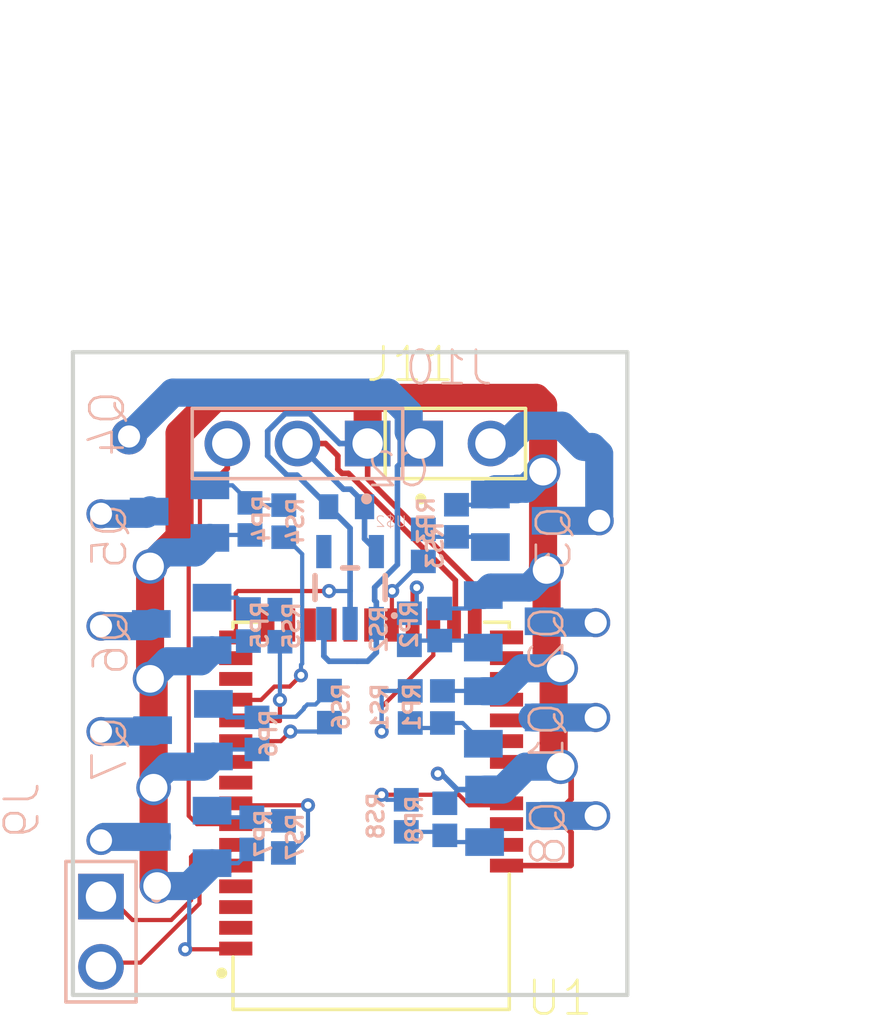
<source format=kicad_pcb>
(kicad_pcb (version 20171130) (host pcbnew 5.1.6-c6e7f7d~87~ubuntu18.04.1)

  (general
    (thickness 1.6)
    (drawings 4)
    (tracks 280)
    (zones 0)
    (modules 30)
    (nets 55)
  )

  (page A4)
  (layers
    (0 Top signal)
    (31 Bottom signal)
    (32 B.Adhes user)
    (33 F.Adhes user)
    (34 B.Paste user)
    (35 F.Paste user)
    (36 B.SilkS user)
    (37 F.SilkS user)
    (38 B.Mask user)
    (39 F.Mask user)
    (40 Dwgs.User user)
    (41 Cmts.User user)
    (42 Eco1.User user)
    (43 Eco2.User user)
    (44 Edge.Cuts user)
    (45 Margin user)
    (46 B.CrtYd user)
    (47 F.CrtYd user)
    (48 B.Fab user)
    (49 F.Fab user)
  )

  (setup
    (last_trace_width 0.25)
    (trace_clearance 0.1524)
    (zone_clearance 0.508)
    (zone_45_only no)
    (trace_min 0.1524)
    (via_size 0.8)
    (via_drill 0.4)
    (via_min_size 0.4)
    (via_min_drill 0.254)
    (uvia_size 0.3)
    (uvia_drill 0.1)
    (uvias_allowed no)
    (uvia_min_size 0.2)
    (uvia_min_drill 0.1)
    (edge_width 0.05)
    (segment_width 0.2)
    (pcb_text_width 0.3)
    (pcb_text_size 1.5 1.5)
    (mod_edge_width 0.12)
    (mod_text_size 1 1)
    (mod_text_width 0.15)
    (pad_size 1.524 1.524)
    (pad_drill 0.762)
    (pad_to_mask_clearance 0.05)
    (aux_axis_origin 0 0)
    (visible_elements FFFFFF7F)
    (pcbplotparams
      (layerselection 0x010fc_ffffffff)
      (usegerberextensions false)
      (usegerberattributes true)
      (usegerberadvancedattributes true)
      (creategerberjobfile true)
      (excludeedgelayer true)
      (linewidth 0.100000)
      (plotframeref false)
      (viasonmask false)
      (mode 1)
      (useauxorigin false)
      (hpglpennumber 1)
      (hpglpenspeed 20)
      (hpglpendiameter 15.000000)
      (psnegative false)
      (psa4output false)
      (plotreference true)
      (plotvalue true)
      (plotinvisibletext false)
      (padsonsilk false)
      (subtractmaskfromsilk false)
      (outputformat 1)
      (mirror false)
      (drillshape 1)
      (scaleselection 1)
      (outputdirectory ""))
  )

  (net 0 "")
  (net 1 GND)
  (net 2 "Net-(Q1-Pad1)")
  (net 3 /SMA1_SIG)
  (net 4 /SMA1_PWR)
  (net 5 "Net-(Q2-Pad1)")
  (net 6 /SMA2_SIG)
  (net 7 /SMA2_PWR)
  (net 8 "Net-(Q3-Pad1)")
  (net 9 /SMA3_SIG)
  (net 10 /SMA3_PWR)
  (net 11 "Net-(Q4-Pad1)")
  (net 12 /SMA4_SIG)
  (net 13 /SMA4_PWR)
  (net 14 "Net-(Q5-Pad1)")
  (net 15 /SMA5_SIG)
  (net 16 /SMA5_PWR)
  (net 17 "Net-(Q6-Pad1)")
  (net 18 /SMA6_SIG)
  (net 19 /SMA6_PWR)
  (net 20 "Net-(C2-Pad1)")
  (net 21 "Net-(U$2-Pad4)")
  (net 22 +8V)
  (net 23 "Net-(J9-Pad2)")
  (net 24 "Net-(J9-Pad1)")
  (net 25 "Net-(J10-Pad3)")
  (net 26 "Net-(Q7-Pad1)")
  (net 27 /SMA7_SIG)
  (net 28 /SMA7_PWR)
  (net 29 "Net-(Q8-Pad1)")
  (net 30 /SMA8_SIG)
  (net 31 /SMA8_PWR)
  (net 32 "Net-(U1-Pad22)")
  (net 33 "Net-(U1-Pad21)")
  (net 34 "Net-(U1-Pad19)")
  (net 35 "Net-(U1-Pad20)")
  (net 36 "Net-(U1-Pad18)")
  (net 37 "Net-(U1-Pad17)")
  (net 38 "Net-(U1-Pad38)")
  (net 39 "Net-(U1-Pad33)")
  (net 40 "Net-(U1-Pad32)")
  (net 41 "Net-(U1-Pad34)")
  (net 42 "Net-(U1-Pad35)")
  (net 43 "Net-(U1-Pad30)")
  (net 44 "Net-(U1-Pad31)")
  (net 45 "Net-(U1-Pad29)")
  (net 46 "Net-(U1-Pad28)")
  (net 47 "Net-(U1-Pad37)")
  (net 48 "Net-(U1-Pad10)")
  (net 49 "Net-(U1-Pad9)")
  (net 50 "Net-(U1-Pad14)")
  (net 51 "Net-(U1-Pad15)")
  (net 52 "Net-(U1-Pad3)")
  (net 53 "Net-(U1-Pad4)")
  (net 54 "Net-(U1-Pad2)")

  (net_class Default "This is the default net class."
    (clearance 0.1524)
    (trace_width 0.25)
    (via_dia 0.8)
    (via_drill 0.4)
    (uvia_dia 0.3)
    (uvia_drill 0.1)
    (add_net +8V)
    (add_net /SMA1_PWR)
    (add_net /SMA1_SIG)
    (add_net /SMA2_PWR)
    (add_net /SMA2_SIG)
    (add_net /SMA3_PWR)
    (add_net /SMA3_SIG)
    (add_net /SMA4_PWR)
    (add_net /SMA4_SIG)
    (add_net /SMA5_PWR)
    (add_net /SMA5_SIG)
    (add_net /SMA6_PWR)
    (add_net /SMA6_SIG)
    (add_net /SMA7_PWR)
    (add_net /SMA7_SIG)
    (add_net /SMA8_PWR)
    (add_net /SMA8_SIG)
    (add_net GND)
    (add_net "Net-(C2-Pad1)")
    (add_net "Net-(J10-Pad3)")
    (add_net "Net-(J9-Pad1)")
    (add_net "Net-(J9-Pad2)")
    (add_net "Net-(Q1-Pad1)")
    (add_net "Net-(Q2-Pad1)")
    (add_net "Net-(Q3-Pad1)")
    (add_net "Net-(Q4-Pad1)")
    (add_net "Net-(Q5-Pad1)")
    (add_net "Net-(Q6-Pad1)")
    (add_net "Net-(Q7-Pad1)")
    (add_net "Net-(Q8-Pad1)")
    (add_net "Net-(U$2-Pad4)")
    (add_net "Net-(U1-Pad10)")
    (add_net "Net-(U1-Pad14)")
    (add_net "Net-(U1-Pad15)")
    (add_net "Net-(U1-Pad17)")
    (add_net "Net-(U1-Pad18)")
    (add_net "Net-(U1-Pad19)")
    (add_net "Net-(U1-Pad2)")
    (add_net "Net-(U1-Pad20)")
    (add_net "Net-(U1-Pad21)")
    (add_net "Net-(U1-Pad22)")
    (add_net "Net-(U1-Pad28)")
    (add_net "Net-(U1-Pad29)")
    (add_net "Net-(U1-Pad3)")
    (add_net "Net-(U1-Pad30)")
    (add_net "Net-(U1-Pad31)")
    (add_net "Net-(U1-Pad32)")
    (add_net "Net-(U1-Pad33)")
    (add_net "Net-(U1-Pad34)")
    (add_net "Net-(U1-Pad35)")
    (add_net "Net-(U1-Pad37)")
    (add_net "Net-(U1-Pad38)")
    (add_net "Net-(U1-Pad4)")
    (add_net "Net-(U1-Pad9)")
  )

  (module "swimming star nrf:61300311121" (layer Bottom) (tedit 0) (tstamp 5F775B2C)
    (at 146.5961 96.6851 180)
    (path /A8F50699)
    (fp_text reference J10 (at -3.809984 2.032003) (layer B.SilkS)
      (effects (font (size 1.2065 1.2065) (thickness 0.09652)) (justify right bottom mirror))
    )
    (fp_text value 61300311121 (at -3.809993 -3.555979) (layer B.Fab)
      (effects (font (size 1.2065 1.2065) (thickness 0.09652)) (justify right bottom mirror))
    )
    (fp_circle (center -2.5 -2) (end -2.4 -2) (layer B.SilkS) (width 0.2))
    (fp_line (start -4.06 -1.52) (end -4.06 1.52) (layer Dwgs.User) (width 0.05))
    (fp_line (start 4.06 -1.52) (end -4.06 -1.52) (layer Dwgs.User) (width 0.05))
    (fp_line (start 4.06 1.52) (end 4.06 -1.52) (layer Dwgs.User) (width 0.05))
    (fp_line (start -4.06 1.52) (end 4.06 1.52) (layer Dwgs.User) (width 0.05))
    (fp_line (start 3.81 1.27) (end -3.81 1.27) (layer B.SilkS) (width 0.127))
    (fp_line (start 3.81 -1.27) (end 3.81 1.27) (layer B.SilkS) (width 0.127))
    (fp_line (start -3.81 -1.27) (end 3.81 -1.27) (layer B.SilkS) (width 0.127))
    (fp_line (start -3.81 1.27) (end -3.81 -1.27) (layer B.SilkS) (width 0.127))
    (fp_line (start 3.81 1.27) (end -3.81 1.27) (layer B.Fab) (width 0.127))
    (fp_line (start 3.81 -1.27) (end 3.81 1.27) (layer B.Fab) (width 0.127))
    (fp_line (start -3.81 -1.27) (end 3.81 -1.27) (layer B.Fab) (width 0.127))
    (fp_line (start -3.81 1.27) (end -3.81 -1.27) (layer B.Fab) (width 0.127))
    (pad 3 thru_hole circle (at 2.54 0 180) (size 1.65 1.65) (drill 1.1) (layers *.Cu *.Mask)
      (net 25 "Net-(J10-Pad3)") (solder_mask_margin 0.1016))
    (pad 2 thru_hole circle (at 0 0 180) (size 1.65 1.65) (drill 1.1) (layers *.Cu *.Mask)
      (net 20 "Net-(C2-Pad1)") (solder_mask_margin 0.1016))
    (pad 1 thru_hole rect (at -2.54 0 180) (size 1.65 1.65) (drill 1.1) (layers *.Cu *.Mask)
      (net 1 GND) (solder_mask_margin 0.1016))
  )

  (module "swimming star nrf:61300211121" (layer Bottom) (tedit 0) (tstamp 5F775B3F)
    (at 139.4841 114.3381 270)
    (path /5EBF55DB)
    (fp_text reference J9 (at -3.301991 2.159003 90) (layer B.SilkS)
      (effects (font (size 1.2065 1.2065) (thickness 0.09652)) (justify right bottom mirror))
    )
    (fp_text value 61300211121 (at -3.301994 -3.682991 90) (layer B.Fab)
      (effects (font (size 1.2065 1.2065) (thickness 0.09652)) (justify right bottom mirror))
    )
    (fp_circle (center -1.25 -2) (end -1.15 -2) (layer B.SilkS) (width 0.2))
    (fp_line (start -2.79 -1.52) (end -2.79 1.52) (layer Dwgs.User) (width 0.05))
    (fp_line (start 2.79 -1.52) (end -2.79 -1.52) (layer Dwgs.User) (width 0.05))
    (fp_line (start 2.79 1.52) (end 2.79 -1.52) (layer Dwgs.User) (width 0.05))
    (fp_line (start -2.79 1.52) (end 2.79 1.52) (layer Dwgs.User) (width 0.05))
    (fp_line (start -2.54 -1.27) (end -2.54 1.27) (layer B.SilkS) (width 0.127))
    (fp_line (start 2.54 -1.27) (end -2.54 -1.27) (layer B.SilkS) (width 0.127))
    (fp_line (start 2.54 1.27) (end 2.54 -1.27) (layer B.SilkS) (width 0.127))
    (fp_line (start -2.54 1.27) (end 2.54 1.27) (layer B.SilkS) (width 0.127))
    (fp_line (start -2.54 -1.27) (end -2.54 1.27) (layer B.Fab) (width 0.127))
    (fp_line (start 2.54 -1.27) (end -2.54 -1.27) (layer B.Fab) (width 0.127))
    (fp_line (start 2.54 1.27) (end 2.54 -1.27) (layer B.Fab) (width 0.127))
    (fp_line (start -2.54 1.27) (end 2.54 1.27) (layer B.Fab) (width 0.127))
    (pad 2 thru_hole circle (at 1.27 0 270) (size 1.65 1.65) (drill 1.1) (layers *.Cu *.Mask)
      (net 23 "Net-(J9-Pad2)") (solder_mask_margin 0.1016))
    (pad 1 thru_hole rect (at -1.27 0 270) (size 1.65 1.65) (drill 1.1) (layers *.Cu *.Mask)
      (net 24 "Net-(J9-Pad1)") (solder_mask_margin 0.1016))
  )

  (module "swimming star nrf:SOT23" (layer Bottom) (tedit 0) (tstamp 5F775B51)
    (at 154.4241 106.5911 90)
    (descr <b>SOT-23</b>)
    (path /7A211019)
    (fp_text reference Q1 (at -1.905 1.905 90) (layer B.SilkS)
      (effects (font (size 1.2065 1.2065) (thickness 0.09652)) (justify right bottom mirror))
    )
    (fp_text value MOSFET-NREFLOW (at -1.905 -3.175 90) (layer B.Fab)
      (effects (font (size 1.2065 1.2065) (thickness 0.09652)) (justify right bottom mirror))
    )
    (fp_poly (pts (xy -1.1684 -1.2954) (xy -0.7112 -1.2954) (xy -0.7112 -0.7112) (xy -1.1684 -0.7112)) (layer B.Fab) (width 0))
    (fp_poly (pts (xy 0.7112 -1.2954) (xy 1.1684 -1.2954) (xy 1.1684 -0.7112) (xy 0.7112 -0.7112)) (layer B.Fab) (width 0))
    (fp_poly (pts (xy -0.2286 0.7112) (xy 0.2286 0.7112) (xy 0.2286 1.2954) (xy -0.2286 1.2954)) (layer B.Fab) (width 0))
    (fp_line (start -1.4224 0.6604) (end 1.4224 0.6604) (layer B.Fab) (width 0.1524))
    (fp_line (start -1.4224 -0.6604) (end -1.4224 0.6604) (layer B.Fab) (width 0.1524))
    (fp_line (start 1.4224 -0.6604) (end -1.4224 -0.6604) (layer B.Fab) (width 0.1524))
    (fp_line (start 1.4224 0.6604) (end 1.4224 -0.6604) (layer B.Fab) (width 0.1524))
    (pad 1 smd rect (at -0.95 -1.1 90) (size 1 1.4) (layers Bottom B.Paste B.Mask)
      (net 2 "Net-(Q1-Pad1)") (solder_mask_margin 0.1016))
    (pad 2 smd rect (at 0.95 -1.1 90) (size 1 1.4) (layers Bottom B.Paste B.Mask)
      (net 1 GND) (solder_mask_margin 0.1016))
    (pad 3 smd rect (at 0 1.1 90) (size 1 1.4) (layers Bottom B.Paste B.Mask)
      (net 4 /SMA1_PWR) (solder_mask_margin 0.1016))
  )

  (module "swimming star nrf:SOT23" (layer Bottom) (tedit 0) (tstamp 5F775B5E)
    (at 154.421712 103.113713 90)
    (descr <b>SOT-23</b>)
    (path /DA191B3C)
    (fp_text reference Q2 (at -1.905006 1.905 90) (layer B.SilkS)
      (effects (font (size 1.2065 1.2065) (thickness 0.09652)) (justify right bottom mirror))
    )
    (fp_text value MOSFET-NREFLOW (at -1.905012 -3.175003 90) (layer B.Fab)
      (effects (font (size 1.2065 1.2065) (thickness 0.09652)) (justify right bottom mirror))
    )
    (fp_poly (pts (xy -1.1684 -1.2954) (xy -0.7112 -1.2954) (xy -0.7112 -0.7112) (xy -1.1684 -0.7112)) (layer B.Fab) (width 0))
    (fp_poly (pts (xy 0.7112 -1.2954) (xy 1.1684 -1.2954) (xy 1.1684 -0.7112) (xy 0.7112 -0.7112)) (layer B.Fab) (width 0))
    (fp_poly (pts (xy -0.2286 0.7112) (xy 0.2286 0.7112) (xy 0.2286 1.2954) (xy -0.2286 1.2954)) (layer B.Fab) (width 0))
    (fp_line (start -1.4224 0.6604) (end 1.4224 0.6604) (layer B.Fab) (width 0.1524))
    (fp_line (start -1.4224 -0.6604) (end -1.4224 0.6604) (layer B.Fab) (width 0.1524))
    (fp_line (start 1.4224 -0.6604) (end -1.4224 -0.6604) (layer B.Fab) (width 0.1524))
    (fp_line (start 1.4224 0.6604) (end 1.4224 -0.6604) (layer B.Fab) (width 0.1524))
    (pad 1 smd rect (at -0.95 -1.1 90) (size 1 1.4) (layers Bottom B.Paste B.Mask)
      (net 5 "Net-(Q2-Pad1)") (solder_mask_margin 0.1016))
    (pad 2 smd rect (at 0.95 -1.1 90) (size 1 1.4) (layers Bottom B.Paste B.Mask)
      (net 1 GND) (solder_mask_margin 0.1016))
    (pad 3 smd rect (at 0 1.1 90) (size 1 1.4) (layers Bottom B.Paste B.Mask)
      (net 7 /SMA2_PWR) (solder_mask_margin 0.1016))
  )

  (module "swimming star nrf:SOT23" (layer Bottom) (tedit 0) (tstamp 5F775B6B)
    (at 154.6781 99.4791 90)
    (descr <b>SOT-23</b>)
    (path /A3E817C2)
    (fp_text reference Q3 (at -1.905007 1.904996 90) (layer B.SilkS)
      (effects (font (size 1.2065 1.2065) (thickness 0.09652)) (justify right bottom mirror))
    )
    (fp_text value MOSFET-NREFLOW (at -1.905007 -3.175 90) (layer B.Fab)
      (effects (font (size 1.2065 1.2065) (thickness 0.09652)) (justify right bottom mirror))
    )
    (fp_poly (pts (xy -1.1684 -1.2954) (xy -0.7112 -1.2954) (xy -0.7112 -0.7112) (xy -1.1684 -0.7112)) (layer B.Fab) (width 0))
    (fp_poly (pts (xy 0.7112 -1.2954) (xy 1.1684 -1.2954) (xy 1.1684 -0.7112) (xy 0.7112 -0.7112)) (layer B.Fab) (width 0))
    (fp_poly (pts (xy -0.2286 0.7112) (xy 0.2286 0.7112) (xy 0.2286 1.2954) (xy -0.2286 1.2954)) (layer B.Fab) (width 0))
    (fp_line (start -1.4224 0.6604) (end 1.4224 0.6604) (layer B.Fab) (width 0.1524))
    (fp_line (start -1.4224 -0.6604) (end -1.4224 0.6604) (layer B.Fab) (width 0.1524))
    (fp_line (start 1.4224 -0.6604) (end -1.4224 -0.6604) (layer B.Fab) (width 0.1524))
    (fp_line (start 1.4224 0.6604) (end 1.4224 -0.6604) (layer B.Fab) (width 0.1524))
    (pad 1 smd rect (at -0.95 -1.1 90) (size 1 1.4) (layers Bottom B.Paste B.Mask)
      (net 8 "Net-(Q3-Pad1)") (solder_mask_margin 0.1016))
    (pad 2 smd rect (at 0.95 -1.1 90) (size 1 1.4) (layers Bottom B.Paste B.Mask)
      (net 1 GND) (solder_mask_margin 0.1016))
    (pad 3 smd rect (at 0 1.1 90) (size 1 1.4) (layers Bottom B.Paste B.Mask)
      (net 10 /SMA3_PWR) (solder_mask_margin 0.1016))
  )

  (module "swimming star nrf:SOT23" (layer Bottom) (tedit 0) (tstamp 5F775B78)
    (at 142.326488 99.146488 270)
    (descr <b>SOT-23</b>)
    (path /323115D8)
    (fp_text reference Q4 (at -1.905009 1.905 90) (layer B.SilkS)
      (effects (font (size 1.2065 1.2065) (thickness 0.09652)) (justify right bottom mirror))
    )
    (fp_text value MOSFET-NREFLOW (at -1.905013 -3.174997 90) (layer B.Fab)
      (effects (font (size 1.2065 1.2065) (thickness 0.09652)) (justify right bottom mirror))
    )
    (fp_poly (pts (xy -1.1684 -1.2954) (xy -0.7112 -1.2954) (xy -0.7112 -0.7112) (xy -1.1684 -0.7112)) (layer B.Fab) (width 0))
    (fp_poly (pts (xy 0.7112 -1.2954) (xy 1.1684 -1.2954) (xy 1.1684 -0.7112) (xy 0.7112 -0.7112)) (layer B.Fab) (width 0))
    (fp_poly (pts (xy -0.2286 0.7112) (xy 0.2286 0.7112) (xy 0.2286 1.2954) (xy -0.2286 1.2954)) (layer B.Fab) (width 0))
    (fp_line (start -1.4224 0.6604) (end 1.4224 0.6604) (layer B.Fab) (width 0.1524))
    (fp_line (start -1.4224 -0.6604) (end -1.4224 0.6604) (layer B.Fab) (width 0.1524))
    (fp_line (start 1.4224 -0.6604) (end -1.4224 -0.6604) (layer B.Fab) (width 0.1524))
    (fp_line (start 1.4224 0.6604) (end 1.4224 -0.6604) (layer B.Fab) (width 0.1524))
    (pad 1 smd rect (at -0.95 -1.1 270) (size 1 1.4) (layers Bottom B.Paste B.Mask)
      (net 11 "Net-(Q4-Pad1)") (solder_mask_margin 0.1016))
    (pad 2 smd rect (at 0.95 -1.1 270) (size 1 1.4) (layers Bottom B.Paste B.Mask)
      (net 1 GND) (solder_mask_margin 0.1016))
    (pad 3 smd rect (at 0 1.1 270) (size 1 1.4) (layers Bottom B.Paste B.Mask)
      (net 13 /SMA4_PWR) (solder_mask_margin 0.1016))
  )

  (module "swimming star nrf:SOT23" (layer Bottom) (tedit 0) (tstamp 5F775B85)
    (at 142.4051 103.2081 270)
    (descr <b>SOT-23</b>)
    (path /2EFB3759)
    (fp_text reference Q5 (at -1.905009 1.904993 90) (layer B.SilkS)
      (effects (font (size 1.2065 1.2065) (thickness 0.09652)) (justify right bottom mirror))
    )
    (fp_text value MOSFET-NREFLOW (at -1.905012 -3.175004 90) (layer B.Fab)
      (effects (font (size 1.2065 1.2065) (thickness 0.09652)) (justify right bottom mirror))
    )
    (fp_poly (pts (xy -1.1684 -1.2954) (xy -0.7112 -1.2954) (xy -0.7112 -0.7112) (xy -1.1684 -0.7112)) (layer B.Fab) (width 0))
    (fp_poly (pts (xy 0.7112 -1.2954) (xy 1.1684 -1.2954) (xy 1.1684 -0.7112) (xy 0.7112 -0.7112)) (layer B.Fab) (width 0))
    (fp_poly (pts (xy -0.2286 0.7112) (xy 0.2286 0.7112) (xy 0.2286 1.2954) (xy -0.2286 1.2954)) (layer B.Fab) (width 0))
    (fp_line (start -1.4224 0.6604) (end 1.4224 0.6604) (layer B.Fab) (width 0.1524))
    (fp_line (start -1.4224 -0.6604) (end -1.4224 0.6604) (layer B.Fab) (width 0.1524))
    (fp_line (start 1.4224 -0.6604) (end -1.4224 -0.6604) (layer B.Fab) (width 0.1524))
    (fp_line (start 1.4224 0.6604) (end 1.4224 -0.6604) (layer B.Fab) (width 0.1524))
    (pad 1 smd rect (at -0.95 -1.1 270) (size 1 1.4) (layers Bottom B.Paste B.Mask)
      (net 14 "Net-(Q5-Pad1)") (solder_mask_margin 0.1016))
    (pad 2 smd rect (at 0.95 -1.1 270) (size 1 1.4) (layers Bottom B.Paste B.Mask)
      (net 1 GND) (solder_mask_margin 0.1016))
    (pad 3 smd rect (at 0 1.1 270) (size 1 1.4) (layers Bottom B.Paste B.Mask)
      (net 16 /SMA5_PWR) (solder_mask_margin 0.1016))
  )

  (module "swimming star nrf:SOT23" (layer Bottom) (tedit 0) (tstamp 5F775B92)
    (at 142.453488 107.050712 270)
    (descr <b>SOT-23</b>)
    (path /A7ECA7AB)
    (fp_text reference Q6 (at -1.905008 1.905 90) (layer B.SilkS)
      (effects (font (size 1.2065 1.2065) (thickness 0.09652)) (justify right bottom mirror))
    )
    (fp_text value MOSFET-NREFLOW (at -1.905008 -3.174997 90) (layer B.Fab)
      (effects (font (size 1.2065 1.2065) (thickness 0.09652)) (justify right bottom mirror))
    )
    (fp_poly (pts (xy -1.1684 -1.2954) (xy -0.7112 -1.2954) (xy -0.7112 -0.7112) (xy -1.1684 -0.7112)) (layer B.Fab) (width 0))
    (fp_poly (pts (xy 0.7112 -1.2954) (xy 1.1684 -1.2954) (xy 1.1684 -0.7112) (xy 0.7112 -0.7112)) (layer B.Fab) (width 0))
    (fp_poly (pts (xy -0.2286 0.7112) (xy 0.2286 0.7112) (xy 0.2286 1.2954) (xy -0.2286 1.2954)) (layer B.Fab) (width 0))
    (fp_line (start -1.4224 0.6604) (end 1.4224 0.6604) (layer B.Fab) (width 0.1524))
    (fp_line (start -1.4224 -0.6604) (end -1.4224 0.6604) (layer B.Fab) (width 0.1524))
    (fp_line (start 1.4224 -0.6604) (end -1.4224 -0.6604) (layer B.Fab) (width 0.1524))
    (fp_line (start 1.4224 0.6604) (end 1.4224 -0.6604) (layer B.Fab) (width 0.1524))
    (pad 1 smd rect (at -0.95 -1.1 270) (size 1 1.4) (layers Bottom B.Paste B.Mask)
      (net 17 "Net-(Q6-Pad1)") (solder_mask_margin 0.1016))
    (pad 2 smd rect (at 0.95 -1.1 270) (size 1 1.4) (layers Bottom B.Paste B.Mask)
      (net 1 GND) (solder_mask_margin 0.1016))
    (pad 3 smd rect (at 0 1.1 270) (size 1 1.4) (layers Bottom B.Paste B.Mask)
      (net 19 /SMA6_PWR) (solder_mask_margin 0.1016))
  )

  (module "swimming star nrf:0402" (layer Bottom) (tedit 0) (tstamp 5F775B9F)
    (at 150.6771 106.2101 270)
    (descr "<p><b>Generic 1005 (0402) package</b></p>\n<p>0.2mm courtyard excess rounded to nearest 0.05mm.</p>")
    (path /8F7980A7)
    (fp_text reference RS1 (at 0 0.761988 90) (layer B.SilkS)
      (effects (font (size 0.57912 0.57912) (thickness 0.115824)) (justify bottom mirror))
    )
    (fp_text value " " (at 0 -0.761984 90) (layer B.Fab)
      (effects (font (size 0.57912 0.57912) (thickness 0.115824)) (justify top mirror))
    )
    (fp_poly (pts (xy -0.1999 -0.3) (xy 0.1999 -0.3) (xy 0.1999 0.3) (xy -0.1999 0.3)) (layer B.Adhes) (width 0))
    (fp_poly (pts (xy 0.2588 -0.3048) (xy 0.5588 -0.3048) (xy 0.5588 0.3048) (xy 0.2588 0.3048)) (layer B.Fab) (width 0))
    (fp_poly (pts (xy -0.554 -0.3048) (xy -0.254 -0.3048) (xy -0.254 0.3048) (xy -0.554 0.3048)) (layer B.Fab) (width 0))
    (fp_line (start -1.2 -0.65) (end -1.2 0.65) (layer Dwgs.User) (width 0.0508))
    (fp_line (start 1.2 -0.65) (end -1.2 -0.65) (layer Dwgs.User) (width 0.0508))
    (fp_line (start 1.2 0.65) (end 1.2 -0.65) (layer Dwgs.User) (width 0.0508))
    (fp_line (start -1.2 0.65) (end 1.2 0.65) (layer Dwgs.User) (width 0.0508))
    (fp_line (start 0.2704 -0.2286) (end -0.2704 -0.2286) (layer B.Fab) (width 0.1524))
    (fp_line (start -0.2704 0.2286) (end 0.2704 0.2286) (layer B.Fab) (width 0.1524))
    (pad 2 smd rect (at 0.58 0 270) (size 0.85 0.9) (layers Bottom B.Paste B.Mask)
      (net 2 "Net-(Q1-Pad1)") (solder_mask_margin 0.1016))
    (pad 1 smd rect (at -0.58 0 270) (size 0.85 0.9) (layers Bottom B.Paste B.Mask)
      (net 3 /SMA1_SIG) (solder_mask_margin 0.1016))
  )

  (module "swimming star nrf:0402" (layer Bottom) (tedit 0) (tstamp 5F775BAD)
    (at 144.8181 103.2481 90)
    (descr "<p><b>Generic 1005 (0402) package</b></p>\n<p>0.2mm courtyard excess rounded to nearest 0.05mm.</p>")
    (path /3EAD81F6)
    (fp_text reference RP5 (at 0.000003 0.761991 90) (layer B.SilkS)
      (effects (font (size 0.57912 0.57912) (thickness 0.115824)) (justify bottom mirror))
    )
    (fp_text value " " (at 0 -0.761984 90) (layer B.Fab)
      (effects (font (size 0.57912 0.57912) (thickness 0.115824)) (justify top mirror))
    )
    (fp_poly (pts (xy -0.1999 -0.3) (xy 0.1999 -0.3) (xy 0.1999 0.3) (xy -0.1999 0.3)) (layer B.Adhes) (width 0))
    (fp_poly (pts (xy 0.2588 -0.3048) (xy 0.5588 -0.3048) (xy 0.5588 0.3048) (xy 0.2588 0.3048)) (layer B.Fab) (width 0))
    (fp_poly (pts (xy -0.554 -0.3048) (xy -0.254 -0.3048) (xy -0.254 0.3048) (xy -0.554 0.3048)) (layer B.Fab) (width 0))
    (fp_line (start -1.2 -0.65) (end -1.2 0.65) (layer Dwgs.User) (width 0.0508))
    (fp_line (start 1.2 -0.65) (end -1.2 -0.65) (layer Dwgs.User) (width 0.0508))
    (fp_line (start 1.2 0.65) (end 1.2 -0.65) (layer Dwgs.User) (width 0.0508))
    (fp_line (start -1.2 0.65) (end 1.2 0.65) (layer Dwgs.User) (width 0.0508))
    (fp_line (start 0.2704 -0.2286) (end -0.2704 -0.2286) (layer B.Fab) (width 0.1524))
    (fp_line (start -0.2704 0.2286) (end 0.2704 0.2286) (layer B.Fab) (width 0.1524))
    (pad 2 smd rect (at 0.58 0 90) (size 0.85 0.9) (layers Bottom B.Paste B.Mask)
      (net 14 "Net-(Q5-Pad1)") (solder_mask_margin 0.1016))
    (pad 1 smd rect (at -0.58 0 90) (size 0.85 0.9) (layers Bottom B.Paste B.Mask)
      (net 1 GND) (solder_mask_margin 0.1016))
  )

  (module "swimming star nrf:0402" (layer Bottom) (tedit 0) (tstamp 5F775BBB)
    (at 147.753062 106.196137 90)
    (descr "<p><b>Generic 1005 (0402) package</b></p>\n<p>0.2mm courtyard excess rounded to nearest 0.05mm.</p>")
    (path /3FAC0B04)
    (fp_text reference RS6 (at -0.000003 0.761994 90) (layer B.SilkS)
      (effects (font (size 0.57912 0.57912) (thickness 0.115824)) (justify bottom mirror))
    )
    (fp_text value " " (at -0.000003 -0.761996 90) (layer B.Fab)
      (effects (font (size 0.57912 0.57912) (thickness 0.115824)) (justify top mirror))
    )
    (fp_poly (pts (xy -0.1999 -0.3) (xy 0.1999 -0.3) (xy 0.1999 0.3) (xy -0.1999 0.3)) (layer B.Adhes) (width 0))
    (fp_poly (pts (xy 0.2588 -0.3048) (xy 0.5588 -0.3048) (xy 0.5588 0.3048) (xy 0.2588 0.3048)) (layer B.Fab) (width 0))
    (fp_poly (pts (xy -0.554 -0.3048) (xy -0.254 -0.3048) (xy -0.254 0.3048) (xy -0.554 0.3048)) (layer B.Fab) (width 0))
    (fp_line (start -1.2 -0.65) (end -1.2 0.65) (layer Dwgs.User) (width 0.0508))
    (fp_line (start 1.2 -0.65) (end -1.2 -0.65) (layer Dwgs.User) (width 0.0508))
    (fp_line (start 1.2 0.65) (end 1.2 -0.65) (layer Dwgs.User) (width 0.0508))
    (fp_line (start -1.2 0.65) (end 1.2 0.65) (layer Dwgs.User) (width 0.0508))
    (fp_line (start 0.2704 -0.2286) (end -0.2704 -0.2286) (layer B.Fab) (width 0.1524))
    (fp_line (start -0.2704 0.2286) (end 0.2704 0.2286) (layer B.Fab) (width 0.1524))
    (pad 2 smd rect (at 0.58 0 90) (size 0.85 0.9) (layers Bottom B.Paste B.Mask)
      (net 17 "Net-(Q6-Pad1)") (solder_mask_margin 0.1016))
    (pad 1 smd rect (at -0.58 0 90) (size 0.85 0.9) (layers Bottom B.Paste B.Mask)
      (net 18 /SMA6_SIG) (solder_mask_margin 0.1016))
  )

  (module "swimming star nrf:0402" (layer Bottom) (tedit 0) (tstamp 5F775BC9)
    (at 145.130722 107.167478 90)
    (descr "<p><b>Generic 1005 (0402) package</b></p>\n<p>0.2mm courtyard excess rounded to nearest 0.05mm.</p>")
    (path /21965BDF)
    (fp_text reference RP6 (at -0.000003 0.761994 90) (layer B.SilkS)
      (effects (font (size 0.57912 0.57912) (thickness 0.115824)) (justify bottom mirror))
    )
    (fp_text value " " (at -0.000003 -0.761997 90) (layer B.Fab)
      (effects (font (size 0.57912 0.57912) (thickness 0.115824)) (justify top mirror))
    )
    (fp_poly (pts (xy -0.1999 -0.3) (xy 0.1999 -0.3) (xy 0.1999 0.3) (xy -0.1999 0.3)) (layer B.Adhes) (width 0))
    (fp_poly (pts (xy 0.2588 -0.3048) (xy 0.5588 -0.3048) (xy 0.5588 0.3048) (xy 0.2588 0.3048)) (layer B.Fab) (width 0))
    (fp_poly (pts (xy -0.554 -0.3048) (xy -0.254 -0.3048) (xy -0.254 0.3048) (xy -0.554 0.3048)) (layer B.Fab) (width 0))
    (fp_line (start -1.2 -0.65) (end -1.2 0.65) (layer Dwgs.User) (width 0.0508))
    (fp_line (start 1.2 -0.65) (end -1.2 -0.65) (layer Dwgs.User) (width 0.0508))
    (fp_line (start 1.2 0.65) (end 1.2 -0.65) (layer Dwgs.User) (width 0.0508))
    (fp_line (start -1.2 0.65) (end 1.2 0.65) (layer Dwgs.User) (width 0.0508))
    (fp_line (start 0.2704 -0.2286) (end -0.2704 -0.2286) (layer B.Fab) (width 0.1524))
    (fp_line (start -0.2704 0.2286) (end 0.2704 0.2286) (layer B.Fab) (width 0.1524))
    (pad 2 smd rect (at 0.58 0 90) (size 0.85 0.9) (layers Bottom B.Paste B.Mask)
      (net 17 "Net-(Q6-Pad1)") (solder_mask_margin 0.1016))
    (pad 1 smd rect (at -0.58 0 90) (size 0.85 0.9) (layers Bottom B.Paste B.Mask)
      (net 1 GND) (solder_mask_margin 0.1016))
  )

  (module "swimming star nrf:0402" (layer Bottom) (tedit 0) (tstamp 5F775BD7)
    (at 151.8441 106.2101 270)
    (descr "<p><b>Generic 1005 (0402) package</b></p>\n<p>0.2mm courtyard excess rounded to nearest 0.05mm.</p>")
    (path /1610ECB8)
    (fp_text reference RP1 (at 0 0.762 90) (layer B.SilkS)
      (effects (font (size 0.57912 0.57912) (thickness 0.115824)) (justify bottom mirror))
    )
    (fp_text value " " (at 0 -0.761993 90) (layer B.Fab)
      (effects (font (size 0.57912 0.57912) (thickness 0.115824)) (justify top mirror))
    )
    (fp_poly (pts (xy -0.1999 -0.3) (xy 0.1999 -0.3) (xy 0.1999 0.3) (xy -0.1999 0.3)) (layer B.Adhes) (width 0))
    (fp_poly (pts (xy 0.2588 -0.3048) (xy 0.5588 -0.3048) (xy 0.5588 0.3048) (xy 0.2588 0.3048)) (layer B.Fab) (width 0))
    (fp_poly (pts (xy -0.554 -0.3048) (xy -0.254 -0.3048) (xy -0.254 0.3048) (xy -0.554 0.3048)) (layer B.Fab) (width 0))
    (fp_line (start -1.2 -0.65) (end -1.2 0.65) (layer Dwgs.User) (width 0.0508))
    (fp_line (start 1.2 -0.65) (end -1.2 -0.65) (layer Dwgs.User) (width 0.0508))
    (fp_line (start 1.2 0.65) (end 1.2 -0.65) (layer Dwgs.User) (width 0.0508))
    (fp_line (start -1.2 0.65) (end 1.2 0.65) (layer Dwgs.User) (width 0.0508))
    (fp_line (start 0.2704 -0.2286) (end -0.2704 -0.2286) (layer B.Fab) (width 0.1524))
    (fp_line (start -0.2704 0.2286) (end 0.2704 0.2286) (layer B.Fab) (width 0.1524))
    (pad 2 smd rect (at 0.58 0 270) (size 0.85 0.9) (layers Bottom B.Paste B.Mask)
      (net 2 "Net-(Q1-Pad1)") (solder_mask_margin 0.1016))
    (pad 1 smd rect (at -0.58 0 270) (size 0.85 0.9) (layers Bottom B.Paste B.Mask)
      (net 1 GND) (solder_mask_margin 0.1016))
  )

  (module "swimming star nrf:0402" (layer Bottom) (tedit 0) (tstamp 5F775BE5)
    (at 150.646137 103.402138 270)
    (descr "<p><b>Generic 1005 (0402) package</b></p>\n<p>0.2mm courtyard excess rounded to nearest 0.05mm.</p>")
    (path /FEF5D711)
    (fp_text reference RS2 (at 0 0.762003 90) (layer B.SilkS)
      (effects (font (size 0.57912 0.57912) (thickness 0.115824)) (justify bottom mirror))
    )
    (fp_text value " " (at 0 -0.761991 90) (layer B.Fab)
      (effects (font (size 0.57912 0.57912) (thickness 0.115824)) (justify top mirror))
    )
    (fp_poly (pts (xy -0.1999 -0.3) (xy 0.1999 -0.3) (xy 0.1999 0.3) (xy -0.1999 0.3)) (layer B.Adhes) (width 0))
    (fp_poly (pts (xy 0.2588 -0.3048) (xy 0.5588 -0.3048) (xy 0.5588 0.3048) (xy 0.2588 0.3048)) (layer B.Fab) (width 0))
    (fp_poly (pts (xy -0.554 -0.3048) (xy -0.254 -0.3048) (xy -0.254 0.3048) (xy -0.554 0.3048)) (layer B.Fab) (width 0))
    (fp_line (start -1.2 -0.65) (end -1.2 0.65) (layer Dwgs.User) (width 0.0508))
    (fp_line (start 1.2 -0.65) (end -1.2 -0.65) (layer Dwgs.User) (width 0.0508))
    (fp_line (start 1.2 0.65) (end 1.2 -0.65) (layer Dwgs.User) (width 0.0508))
    (fp_line (start -1.2 0.65) (end 1.2 0.65) (layer Dwgs.User) (width 0.0508))
    (fp_line (start 0.2704 -0.2286) (end -0.2704 -0.2286) (layer B.Fab) (width 0.1524))
    (fp_line (start -0.2704 0.2286) (end 0.2704 0.2286) (layer B.Fab) (width 0.1524))
    (pad 2 smd rect (at 0.58 0 270) (size 0.85 0.9) (layers Bottom B.Paste B.Mask)
      (net 5 "Net-(Q2-Pad1)") (solder_mask_margin 0.1016))
    (pad 1 smd rect (at -0.58 0 270) (size 0.85 0.9) (layers Bottom B.Paste B.Mask)
      (net 6 /SMA2_SIG) (solder_mask_margin 0.1016))
  )

  (module "swimming star nrf:0402" (layer Bottom) (tedit 0) (tstamp 5F775BF3)
    (at 151.744478 103.230479 270)
    (descr "<p><b>Generic 1005 (0402) package</b></p>\n<p>0.2mm courtyard excess rounded to nearest 0.05mm.</p>")
    (path /18EBDE11)
    (fp_text reference RP2 (at 0 0.762003 90) (layer B.SilkS)
      (effects (font (size 0.57912 0.57912) (thickness 0.115824)) (justify bottom mirror))
    )
    (fp_text value " " (at 0 -0.76199 90) (layer B.Fab)
      (effects (font (size 0.57912 0.57912) (thickness 0.115824)) (justify top mirror))
    )
    (fp_poly (pts (xy -0.1999 -0.3) (xy 0.1999 -0.3) (xy 0.1999 0.3) (xy -0.1999 0.3)) (layer B.Adhes) (width 0))
    (fp_poly (pts (xy 0.2588 -0.3048) (xy 0.5588 -0.3048) (xy 0.5588 0.3048) (xy 0.2588 0.3048)) (layer B.Fab) (width 0))
    (fp_poly (pts (xy -0.554 -0.3048) (xy -0.254 -0.3048) (xy -0.254 0.3048) (xy -0.554 0.3048)) (layer B.Fab) (width 0))
    (fp_line (start -1.2 -0.65) (end -1.2 0.65) (layer Dwgs.User) (width 0.0508))
    (fp_line (start 1.2 -0.65) (end -1.2 -0.65) (layer Dwgs.User) (width 0.0508))
    (fp_line (start 1.2 0.65) (end 1.2 -0.65) (layer Dwgs.User) (width 0.0508))
    (fp_line (start -1.2 0.65) (end 1.2 0.65) (layer Dwgs.User) (width 0.0508))
    (fp_line (start 0.2704 -0.2286) (end -0.2704 -0.2286) (layer B.Fab) (width 0.1524))
    (fp_line (start -0.2704 0.2286) (end 0.2704 0.2286) (layer B.Fab) (width 0.1524))
    (pad 2 smd rect (at 0.58 0 270) (size 0.85 0.9) (layers Bottom B.Paste B.Mask)
      (net 5 "Net-(Q2-Pad1)") (solder_mask_margin 0.1016))
    (pad 1 smd rect (at -0.58 0 270) (size 0.85 0.9) (layers Bottom B.Paste B.Mask)
      (net 1 GND) (solder_mask_margin 0.1016))
  )

  (module "swimming star nrf:0402" (layer Bottom) (tedit 0) (tstamp 5F775C01)
    (at 151.1511 100.3681 90)
    (descr "<p><b>Generic 1005 (0402) package</b></p>\n<p>0.2mm courtyard excess rounded to nearest 0.05mm.</p>")
    (path /8D0C9A02)
    (fp_text reference RS3 (at 0 0.761993 90) (layer B.SilkS)
      (effects (font (size 0.57912 0.57912) (thickness 0.115824)) (justify bottom mirror))
    )
    (fp_text value " " (at 3.175 -0.761991 90) (layer B.Fab)
      (effects (font (size 0.57912 0.57912) (thickness 0.115824)) (justify top mirror))
    )
    (fp_poly (pts (xy -0.1999 -0.3) (xy 0.1999 -0.3) (xy 0.1999 0.3) (xy -0.1999 0.3)) (layer B.Adhes) (width 0))
    (fp_poly (pts (xy 0.2588 -0.3048) (xy 0.5588 -0.3048) (xy 0.5588 0.3048) (xy 0.2588 0.3048)) (layer B.Fab) (width 0))
    (fp_poly (pts (xy -0.554 -0.3048) (xy -0.254 -0.3048) (xy -0.254 0.3048) (xy -0.554 0.3048)) (layer B.Fab) (width 0))
    (fp_line (start -1.2 -0.65) (end -1.2 0.65) (layer Dwgs.User) (width 0.0508))
    (fp_line (start 1.2 -0.65) (end -1.2 -0.65) (layer Dwgs.User) (width 0.0508))
    (fp_line (start 1.2 0.65) (end 1.2 -0.65) (layer Dwgs.User) (width 0.0508))
    (fp_line (start -1.2 0.65) (end 1.2 0.65) (layer Dwgs.User) (width 0.0508))
    (fp_line (start 0.2704 -0.2286) (end -0.2704 -0.2286) (layer B.Fab) (width 0.1524))
    (fp_line (start -0.2704 0.2286) (end 0.2704 0.2286) (layer B.Fab) (width 0.1524))
    (pad 2 smd rect (at 0.58 0 90) (size 0.85 0.9) (layers Bottom B.Paste B.Mask)
      (net 8 "Net-(Q3-Pad1)") (solder_mask_margin 0.1016))
    (pad 1 smd rect (at -0.58 0 90) (size 0.85 0.9) (layers Bottom B.Paste B.Mask)
      (net 9 /SMA3_SIG) (solder_mask_margin 0.1016))
  )

  (module "swimming star nrf:0402" (layer Bottom) (tedit 0) (tstamp 5F775C0F)
    (at 152.3521 99.4791 270)
    (descr "<p><b>Generic 1005 (0402) package</b></p>\n<p>0.2mm courtyard excess rounded to nearest 0.05mm.</p>")
    (path /42398D1F)
    (fp_text reference RP3 (at 0 0.761994 90) (layer B.SilkS)
      (effects (font (size 0.57912 0.57912) (thickness 0.115824)) (justify bottom mirror))
    )
    (fp_text value " " (at 0 -0.76199 90) (layer B.Fab)
      (effects (font (size 0.57912 0.57912) (thickness 0.115824)) (justify top mirror))
    )
    (fp_poly (pts (xy -0.1999 -0.3) (xy 0.1999 -0.3) (xy 0.1999 0.3) (xy -0.1999 0.3)) (layer B.Adhes) (width 0))
    (fp_poly (pts (xy 0.2588 -0.3048) (xy 0.5588 -0.3048) (xy 0.5588 0.3048) (xy 0.2588 0.3048)) (layer B.Fab) (width 0))
    (fp_poly (pts (xy -0.554 -0.3048) (xy -0.254 -0.3048) (xy -0.254 0.3048) (xy -0.554 0.3048)) (layer B.Fab) (width 0))
    (fp_line (start -1.2 -0.65) (end -1.2 0.65) (layer Dwgs.User) (width 0.0508))
    (fp_line (start 1.2 -0.65) (end -1.2 -0.65) (layer Dwgs.User) (width 0.0508))
    (fp_line (start 1.2 0.65) (end 1.2 -0.65) (layer Dwgs.User) (width 0.0508))
    (fp_line (start -1.2 0.65) (end 1.2 0.65) (layer Dwgs.User) (width 0.0508))
    (fp_line (start 0.2704 -0.2286) (end -0.2704 -0.2286) (layer B.Fab) (width 0.1524))
    (fp_line (start -0.2704 0.2286) (end 0.2704 0.2286) (layer B.Fab) (width 0.1524))
    (pad 2 smd rect (at 0.58 0 270) (size 0.85 0.9) (layers Bottom B.Paste B.Mask)
      (net 8 "Net-(Q3-Pad1)") (solder_mask_margin 0.1016))
    (pad 1 smd rect (at -0.58 0 270) (size 0.85 0.9) (layers Bottom B.Paste B.Mask)
      (net 1 GND) (solder_mask_margin 0.1016))
  )

  (module "swimming star nrf:0402" (layer Bottom) (tedit 0) (tstamp 5F775C1D)
    (at 146.102063 99.493063 90)
    (descr "<p><b>Generic 1005 (0402) package</b></p>\n<p>0.2mm courtyard excess rounded to nearest 0.05mm.</p>")
    (path /4096F4E4)
    (fp_text reference RS4 (at -0.000003 0.761997 90) (layer B.SilkS)
      (effects (font (size 0.57912 0.57912) (thickness 0.115824)) (justify bottom mirror))
    )
    (fp_text value " " (at 0 -0.761997 90) (layer B.Fab)
      (effects (font (size 0.57912 0.57912) (thickness 0.115824)) (justify top mirror))
    )
    (fp_poly (pts (xy -0.1999 -0.3) (xy 0.1999 -0.3) (xy 0.1999 0.3) (xy -0.1999 0.3)) (layer B.Adhes) (width 0))
    (fp_poly (pts (xy 0.2588 -0.3048) (xy 0.5588 -0.3048) (xy 0.5588 0.3048) (xy 0.2588 0.3048)) (layer B.Fab) (width 0))
    (fp_poly (pts (xy -0.554 -0.3048) (xy -0.254 -0.3048) (xy -0.254 0.3048) (xy -0.554 0.3048)) (layer B.Fab) (width 0))
    (fp_line (start -1.2 -0.65) (end -1.2 0.65) (layer Dwgs.User) (width 0.0508))
    (fp_line (start 1.2 -0.65) (end -1.2 -0.65) (layer Dwgs.User) (width 0.0508))
    (fp_line (start 1.2 0.65) (end 1.2 -0.65) (layer Dwgs.User) (width 0.0508))
    (fp_line (start -1.2 0.65) (end 1.2 0.65) (layer Dwgs.User) (width 0.0508))
    (fp_line (start 0.2704 -0.2286) (end -0.2704 -0.2286) (layer B.Fab) (width 0.1524))
    (fp_line (start -0.2704 0.2286) (end 0.2704 0.2286) (layer B.Fab) (width 0.1524))
    (pad 2 smd rect (at 0.58 0 90) (size 0.85 0.9) (layers Bottom B.Paste B.Mask)
      (net 11 "Net-(Q4-Pad1)") (solder_mask_margin 0.1016))
    (pad 1 smd rect (at -0.58 0 90) (size 0.85 0.9) (layers Bottom B.Paste B.Mask)
      (net 12 /SMA4_SIG) (solder_mask_margin 0.1016))
  )

  (module "swimming star nrf:0402" (layer Bottom) (tedit 0) (tstamp 5F775C2B)
    (at 144.876722 99.410722 90)
    (descr "<p><b>Generic 1005 (0402) package</b></p>\n<p>0.2mm courtyard excess rounded to nearest 0.05mm.</p>")
    (path /0ACBE43A)
    (fp_text reference RP4 (at -0.000003 0.761997 90) (layer B.SilkS)
      (effects (font (size 0.57912 0.57912) (thickness 0.115824)) (justify bottom mirror))
    )
    (fp_text value " " (at 0 -0.761997 90) (layer B.Fab)
      (effects (font (size 0.57912 0.57912) (thickness 0.115824)) (justify top mirror))
    )
    (fp_poly (pts (xy -0.1999 -0.3) (xy 0.1999 -0.3) (xy 0.1999 0.3) (xy -0.1999 0.3)) (layer B.Adhes) (width 0))
    (fp_poly (pts (xy 0.2588 -0.3048) (xy 0.5588 -0.3048) (xy 0.5588 0.3048) (xy 0.2588 0.3048)) (layer B.Fab) (width 0))
    (fp_poly (pts (xy -0.554 -0.3048) (xy -0.254 -0.3048) (xy -0.254 0.3048) (xy -0.554 0.3048)) (layer B.Fab) (width 0))
    (fp_line (start -1.2 -0.65) (end -1.2 0.65) (layer Dwgs.User) (width 0.0508))
    (fp_line (start 1.2 -0.65) (end -1.2 -0.65) (layer Dwgs.User) (width 0.0508))
    (fp_line (start 1.2 0.65) (end 1.2 -0.65) (layer Dwgs.User) (width 0.0508))
    (fp_line (start -1.2 0.65) (end 1.2 0.65) (layer Dwgs.User) (width 0.0508))
    (fp_line (start 0.2704 -0.2286) (end -0.2704 -0.2286) (layer B.Fab) (width 0.1524))
    (fp_line (start -0.2704 0.2286) (end 0.2704 0.2286) (layer B.Fab) (width 0.1524))
    (pad 2 smd rect (at 0.58 0 90) (size 0.85 0.9) (layers Bottom B.Paste B.Mask)
      (net 11 "Net-(Q4-Pad1)") (solder_mask_margin 0.1016))
    (pad 1 smd rect (at -0.58 0 90) (size 0.85 0.9) (layers Bottom B.Paste B.Mask)
      (net 1 GND) (solder_mask_margin 0.1016))
  )

  (module "swimming star nrf:0402" (layer Bottom) (tedit 0) (tstamp 5F775C39)
    (at 145.9611 103.2721 90)
    (descr "<p><b>Generic 1005 (0402) package</b></p>\n<p>0.2mm courtyard excess rounded to nearest 0.05mm.</p>")
    (path /999681F4)
    (fp_text reference RS5 (at 0.000003 0.761991 90) (layer B.SilkS)
      (effects (font (size 0.57912 0.57912) (thickness 0.115824)) (justify bottom mirror))
    )
    (fp_text value " " (at 0 -0.761984 90) (layer B.Fab)
      (effects (font (size 0.57912 0.57912) (thickness 0.115824)) (justify top mirror))
    )
    (fp_poly (pts (xy -0.1999 -0.3) (xy 0.1999 -0.3) (xy 0.1999 0.3) (xy -0.1999 0.3)) (layer B.Adhes) (width 0))
    (fp_poly (pts (xy 0.2588 -0.3048) (xy 0.5588 -0.3048) (xy 0.5588 0.3048) (xy 0.2588 0.3048)) (layer B.Fab) (width 0))
    (fp_poly (pts (xy -0.554 -0.3048) (xy -0.254 -0.3048) (xy -0.254 0.3048) (xy -0.554 0.3048)) (layer B.Fab) (width 0))
    (fp_line (start -1.2 -0.65) (end -1.2 0.65) (layer Dwgs.User) (width 0.0508))
    (fp_line (start 1.2 -0.65) (end -1.2 -0.65) (layer Dwgs.User) (width 0.0508))
    (fp_line (start 1.2 0.65) (end 1.2 -0.65) (layer Dwgs.User) (width 0.0508))
    (fp_line (start -1.2 0.65) (end 1.2 0.65) (layer Dwgs.User) (width 0.0508))
    (fp_line (start 0.2704 -0.2286) (end -0.2704 -0.2286) (layer B.Fab) (width 0.1524))
    (fp_line (start -0.2704 0.2286) (end 0.2704 0.2286) (layer B.Fab) (width 0.1524))
    (pad 2 smd rect (at 0.58 0 90) (size 0.85 0.9) (layers Bottom B.Paste B.Mask)
      (net 14 "Net-(Q5-Pad1)") (solder_mask_margin 0.1016))
    (pad 1 smd rect (at -0.58 0 90) (size 0.85 0.9) (layers Bottom B.Paste B.Mask)
      (net 15 /SMA5_SIG) (solder_mask_margin 0.1016))
  )

  (module "swimming star nrf:SOT23-5" (layer Bottom) (tedit 0) (tstamp 5F775C47)
    (at 148.5011 101.8921 180)
    (descr "<b>Small Outline Transistor</b>")
    (path /F2F26A6E)
    (fp_text reference U$2 (at -0.889 2.159) (layer B.SilkS)
      (effects (font (size 0.38608 0.38608) (thickness 0.030886)) (justify right bottom mirror))
    )
    (fp_text value SPX3819M5_3_3 (at -0.9525 -0.1905) (layer B.Fab)
      (effects (font (size 0.38608 0.38608) (thickness 0.030886)) (justify right bottom mirror))
    )
    (fp_circle (center -1.6002 -1.016) (end -1.5367 -1.016) (layer B.SilkS) (width 0.127))
    (fp_poly (pts (xy -1.2 0.85) (xy -0.7 0.85) (xy -0.7 1.5) (xy -1.2 1.5)) (layer B.Fab) (width 0))
    (fp_poly (pts (xy 0.7 0.85) (xy 1.2 0.85) (xy 1.2 1.5) (xy 0.7 1.5)) (layer B.Fab) (width 0))
    (fp_poly (pts (xy 0.7 -1.5) (xy 1.2 -1.5) (xy 1.2 -0.85) (xy 0.7 -0.85)) (layer B.Fab) (width 0))
    (fp_poly (pts (xy -0.25 -1.5) (xy 0.25 -1.5) (xy 0.25 -0.85) (xy -0.25 -0.85)) (layer B.Fab) (width 0))
    (fp_poly (pts (xy -1.2 -1.5) (xy -0.7 -1.5) (xy -0.7 -0.85) (xy -1.2 -0.85)) (layer B.Fab) (width 0))
    (fp_line (start -1.4 0.8) (end -1.4 -0.8) (layer B.Fab) (width 0.1524))
    (fp_line (start 1.4 0.8) (end 1.4 -0.8) (layer B.Fab) (width 0.1524))
    (fp_line (start -0.2684 0.7088) (end 0.2684 0.7088) (layer B.SilkS) (width 0.2032))
    (fp_line (start -1.4 0.8) (end 1.4 0.8) (layer B.Fab) (width 0.1524))
    (fp_line (start -1.27 -0.4294) (end -1.27 0.4294) (layer B.SilkS) (width 0.2032))
    (fp_line (start 1.4 -0.8) (end -1.4 -0.8) (layer B.Fab) (width 0.1524))
    (fp_line (start 1.27 0.4294) (end 1.27 -0.4294) (layer B.SilkS) (width 0.2032))
    (pad 5 smd rect (at -0.95 1.3001 180) (size 0.55 1.2) (layers Bottom B.Paste B.Mask)
      (net 20 "Net-(C2-Pad1)") (solder_mask_margin 0.1016))
    (pad 4 smd rect (at 0.95 1.3001 180) (size 0.55 1.2) (layers Bottom B.Paste B.Mask)
      (net 21 "Net-(U$2-Pad4)") (solder_mask_margin 0.1016))
    (pad 3 smd rect (at 0.95 -1.3001 180) (size 0.55 1.2) (layers Bottom B.Paste B.Mask)
      (net 22 +8V) (solder_mask_margin 0.1016))
    (pad 2 smd rect (at 0 -1.3001 180) (size 0.55 1.2) (layers Bottom B.Paste B.Mask)
      (net 1 GND) (solder_mask_margin 0.1016))
    (pad 1 smd rect (at -0.95 -1.3001 180) (size 0.55 1.2) (layers Bottom B.Paste B.Mask)
      (net 22 +8V) (solder_mask_margin 0.1016))
  )

  (module "swimming star nrf:C0402" (layer Bottom) (tedit 0) (tstamp 5F775C5C)
    (at 148.3741 98.9711 180)
    (descr <b>CAPACITOR</b>)
    (path /733CA19D)
    (fp_text reference C2 (at -0.635 0.635) (layer B.SilkS)
      (effects (font (size 1.2065 1.2065) (thickness 0.09652)) (justify right bottom mirror))
    )
    (fp_text value C-USC0402 (at -0.635 -1.905) (layer B.Fab)
      (effects (font (size 1.2065 1.2065) (thickness 0.09652)) (justify right bottom mirror))
    )
    (fp_poly (pts (xy -0.1999 -0.3) (xy 0.1999 -0.3) (xy 0.1999 0.3) (xy -0.1999 0.3)) (layer B.Adhes) (width 0))
    (fp_poly (pts (xy 0.2588 -0.3048) (xy 0.5588 -0.3048) (xy 0.5588 0.2951) (xy 0.2588 0.2951)) (layer B.Fab) (width 0))
    (fp_poly (pts (xy -0.554 -0.3048) (xy -0.254 -0.3048) (xy -0.254 0.2951) (xy -0.554 0.2951)) (layer B.Fab) (width 0))
    (fp_line (start -1.473 -0.483) (end -1.473 0.483) (layer Dwgs.User) (width 0.0508))
    (fp_line (start 1.473 -0.483) (end -1.473 -0.483) (layer Dwgs.User) (width 0.0508))
    (fp_line (start 1.473 0.483) (end 1.473 -0.483) (layer Dwgs.User) (width 0.0508))
    (fp_line (start -1.473 0.483) (end 1.473 0.483) (layer Dwgs.User) (width 0.0508))
    (fp_line (start 0.245 -0.224) (end -0.245 -0.224) (layer B.Fab) (width 0.1524))
    (fp_line (start -0.245 0.224) (end 0.245 0.224) (layer B.Fab) (width 0.1524))
    (pad 2 smd rect (at 0.65 0 180) (size 0.7 0.9) (layers Bottom B.Paste B.Mask)
      (net 1 GND) (solder_mask_margin 0.1016))
    (pad 1 smd rect (at -0.65 0 180) (size 0.7 0.9) (layers Bottom B.Paste B.Mask)
      (net 20 "Net-(C2-Pad1)") (solder_mask_margin 0.1016))
  )

  (module "swimming star nrf:0402" (layer Bottom) (tedit 0) (tstamp 5F775C6A)
    (at 146.0881 110.9091 90)
    (descr "<p><b>Generic 1005 (0402) package</b></p>\n<p>0.2mm courtyard excess rounded to nearest 0.05mm.</p>")
    (path /17569DE8)
    (fp_text reference RS7 (at 0 0.762 90) (layer B.SilkS)
      (effects (font (size 0.57912 0.57912) (thickness 0.115824)) (justify bottom mirror))
    )
    (fp_text value " " (at 0 -0.762 90) (layer B.Fab)
      (effects (font (size 0.57912 0.57912) (thickness 0.115824)) (justify top mirror))
    )
    (fp_poly (pts (xy -0.1999 -0.3) (xy 0.1999 -0.3) (xy 0.1999 0.3) (xy -0.1999 0.3)) (layer B.Adhes) (width 0))
    (fp_poly (pts (xy 0.2588 -0.3048) (xy 0.5588 -0.3048) (xy 0.5588 0.3048) (xy 0.2588 0.3048)) (layer B.Fab) (width 0))
    (fp_poly (pts (xy -0.554 -0.3048) (xy -0.254 -0.3048) (xy -0.254 0.3048) (xy -0.554 0.3048)) (layer B.Fab) (width 0))
    (fp_line (start -1.2 -0.65) (end -1.2 0.65) (layer Dwgs.User) (width 0.0508))
    (fp_line (start 1.2 -0.65) (end -1.2 -0.65) (layer Dwgs.User) (width 0.0508))
    (fp_line (start 1.2 0.65) (end 1.2 -0.65) (layer Dwgs.User) (width 0.0508))
    (fp_line (start -1.2 0.65) (end 1.2 0.65) (layer Dwgs.User) (width 0.0508))
    (fp_line (start 0.2704 -0.2286) (end -0.2704 -0.2286) (layer B.Fab) (width 0.1524))
    (fp_line (start -0.2704 0.2286) (end 0.2704 0.2286) (layer B.Fab) (width 0.1524))
    (pad 2 smd rect (at 0.58 0 90) (size 0.85 0.9) (layers Bottom B.Paste B.Mask)
      (net 26 "Net-(Q7-Pad1)") (solder_mask_margin 0.1016))
    (pad 1 smd rect (at -0.58 0 90) (size 0.85 0.9) (layers Bottom B.Paste B.Mask)
      (net 27 /SMA7_SIG) (solder_mask_margin 0.1016))
  )

  (module "swimming star nrf:0402" (layer Bottom) (tedit 0) (tstamp 5F775C78)
    (at 144.9451 110.7821 90)
    (descr "<p><b>Generic 1005 (0402) package</b></p>\n<p>0.2mm courtyard excess rounded to nearest 0.05mm.</p>")
    (path /DAD6AACB)
    (fp_text reference RP7 (at 0 0.762 90) (layer B.SilkS)
      (effects (font (size 0.57912 0.57912) (thickness 0.115824)) (justify bottom mirror))
    )
    (fp_text value " " (at 0 -0.762 90) (layer B.Fab)
      (effects (font (size 0.57912 0.57912) (thickness 0.115824)) (justify top mirror))
    )
    (fp_poly (pts (xy -0.1999 -0.3) (xy 0.1999 -0.3) (xy 0.1999 0.3) (xy -0.1999 0.3)) (layer B.Adhes) (width 0))
    (fp_poly (pts (xy 0.2588 -0.3048) (xy 0.5588 -0.3048) (xy 0.5588 0.3048) (xy 0.2588 0.3048)) (layer B.Fab) (width 0))
    (fp_poly (pts (xy -0.554 -0.3048) (xy -0.254 -0.3048) (xy -0.254 0.3048) (xy -0.554 0.3048)) (layer B.Fab) (width 0))
    (fp_line (start -1.2 -0.65) (end -1.2 0.65) (layer Dwgs.User) (width 0.0508))
    (fp_line (start 1.2 -0.65) (end -1.2 -0.65) (layer Dwgs.User) (width 0.0508))
    (fp_line (start 1.2 0.65) (end 1.2 -0.65) (layer Dwgs.User) (width 0.0508))
    (fp_line (start -1.2 0.65) (end 1.2 0.65) (layer Dwgs.User) (width 0.0508))
    (fp_line (start 0.2704 -0.2286) (end -0.2704 -0.2286) (layer B.Fab) (width 0.1524))
    (fp_line (start -0.2704 0.2286) (end 0.2704 0.2286) (layer B.Fab) (width 0.1524))
    (pad 2 smd rect (at 0.58 0 90) (size 0.85 0.9) (layers Bottom B.Paste B.Mask)
      (net 26 "Net-(Q7-Pad1)") (solder_mask_margin 0.1016))
    (pad 1 smd rect (at -0.58 0 90) (size 0.85 0.9) (layers Bottom B.Paste B.Mask)
      (net 1 GND) (solder_mask_margin 0.1016))
  )

  (module "swimming star nrf:SOT23" (layer Bottom) (tedit 0) (tstamp 5F775C86)
    (at 142.4051 110.9091 270)
    (descr <b>SOT-23</b>)
    (path /41AA6AFD)
    (fp_text reference Q7 (at -1.905 1.905 90) (layer B.SilkS)
      (effects (font (size 1.2065 1.2065) (thickness 0.09652)) (justify right bottom mirror))
    )
    (fp_text value MOSFET-NREFLOW (at -1.905 -3.175 90) (layer B.Fab)
      (effects (font (size 1.2065 1.2065) (thickness 0.09652)) (justify right bottom mirror))
    )
    (fp_poly (pts (xy -1.1684 -1.2954) (xy -0.7112 -1.2954) (xy -0.7112 -0.7112) (xy -1.1684 -0.7112)) (layer B.Fab) (width 0))
    (fp_poly (pts (xy 0.7112 -1.2954) (xy 1.1684 -1.2954) (xy 1.1684 -0.7112) (xy 0.7112 -0.7112)) (layer B.Fab) (width 0))
    (fp_poly (pts (xy -0.2286 0.7112) (xy 0.2286 0.7112) (xy 0.2286 1.2954) (xy -0.2286 1.2954)) (layer B.Fab) (width 0))
    (fp_line (start -1.4224 0.6604) (end 1.4224 0.6604) (layer B.Fab) (width 0.1524))
    (fp_line (start -1.4224 -0.6604) (end -1.4224 0.6604) (layer B.Fab) (width 0.1524))
    (fp_line (start 1.4224 -0.6604) (end -1.4224 -0.6604) (layer B.Fab) (width 0.1524))
    (fp_line (start 1.4224 0.6604) (end 1.4224 -0.6604) (layer B.Fab) (width 0.1524))
    (pad 1 smd rect (at -0.95 -1.1 270) (size 1 1.4) (layers Bottom B.Paste B.Mask)
      (net 26 "Net-(Q7-Pad1)") (solder_mask_margin 0.1016))
    (pad 2 smd rect (at 0.95 -1.1 270) (size 1 1.4) (layers Bottom B.Paste B.Mask)
      (net 1 GND) (solder_mask_margin 0.1016))
    (pad 3 smd rect (at 0 1.1 270) (size 1 1.4) (layers Bottom B.Paste B.Mask)
      (net 28 /SMA7_PWR) (solder_mask_margin 0.1016))
  )

  (module "swimming star nrf:0402" (layer Bottom) (tedit 0) (tstamp 5F775C93)
    (at 150.5331 110.1471 270)
    (descr "<p><b>Generic 1005 (0402) package</b></p>\n<p>0.2mm courtyard excess rounded to nearest 0.05mm.</p>")
    (path /8C6F9D47)
    (fp_text reference RS8 (at 0 0.762 90) (layer B.SilkS)
      (effects (font (size 0.57912 0.57912) (thickness 0.115824)) (justify bottom mirror))
    )
    (fp_text value " " (at 0 -0.762 90) (layer B.Fab)
      (effects (font (size 0.57912 0.57912) (thickness 0.115824)) (justify top mirror))
    )
    (fp_poly (pts (xy -0.1999 -0.3) (xy 0.1999 -0.3) (xy 0.1999 0.3) (xy -0.1999 0.3)) (layer B.Adhes) (width 0))
    (fp_poly (pts (xy 0.2588 -0.3048) (xy 0.5588 -0.3048) (xy 0.5588 0.3048) (xy 0.2588 0.3048)) (layer B.Fab) (width 0))
    (fp_poly (pts (xy -0.554 -0.3048) (xy -0.254 -0.3048) (xy -0.254 0.3048) (xy -0.554 0.3048)) (layer B.Fab) (width 0))
    (fp_line (start -1.2 -0.65) (end -1.2 0.65) (layer Dwgs.User) (width 0.0508))
    (fp_line (start 1.2 -0.65) (end -1.2 -0.65) (layer Dwgs.User) (width 0.0508))
    (fp_line (start 1.2 0.65) (end 1.2 -0.65) (layer Dwgs.User) (width 0.0508))
    (fp_line (start -1.2 0.65) (end 1.2 0.65) (layer Dwgs.User) (width 0.0508))
    (fp_line (start 0.2704 -0.2286) (end -0.2704 -0.2286) (layer B.Fab) (width 0.1524))
    (fp_line (start -0.2704 0.2286) (end 0.2704 0.2286) (layer B.Fab) (width 0.1524))
    (pad 2 smd rect (at 0.58 0 270) (size 0.85 0.9) (layers Bottom B.Paste B.Mask)
      (net 29 "Net-(Q8-Pad1)") (solder_mask_margin 0.1016))
    (pad 1 smd rect (at -0.58 0 270) (size 0.85 0.9) (layers Bottom B.Paste B.Mask)
      (net 30 /SMA8_SIG) (solder_mask_margin 0.1016))
  )

  (module "swimming star nrf:0402" (layer Bottom) (tedit 0) (tstamp 5F775CA1)
    (at 151.9301 110.2741 270)
    (descr "<p><b>Generic 1005 (0402) package</b></p>\n<p>0.2mm courtyard excess rounded to nearest 0.05mm.</p>")
    (path /3483528B)
    (fp_text reference RP8 (at 0 0.762 90) (layer B.SilkS)
      (effects (font (size 0.57912 0.57912) (thickness 0.115824)) (justify bottom mirror))
    )
    (fp_text value " " (at 0 -0.762 90) (layer B.Fab)
      (effects (font (size 0.57912 0.57912) (thickness 0.115824)) (justify top mirror))
    )
    (fp_poly (pts (xy -0.1999 -0.3) (xy 0.1999 -0.3) (xy 0.1999 0.3) (xy -0.1999 0.3)) (layer B.Adhes) (width 0))
    (fp_poly (pts (xy 0.2588 -0.3048) (xy 0.5588 -0.3048) (xy 0.5588 0.3048) (xy 0.2588 0.3048)) (layer B.Fab) (width 0))
    (fp_poly (pts (xy -0.554 -0.3048) (xy -0.254 -0.3048) (xy -0.254 0.3048) (xy -0.554 0.3048)) (layer B.Fab) (width 0))
    (fp_line (start -1.2 -0.65) (end -1.2 0.65) (layer Dwgs.User) (width 0.0508))
    (fp_line (start 1.2 -0.65) (end -1.2 -0.65) (layer Dwgs.User) (width 0.0508))
    (fp_line (start 1.2 0.65) (end 1.2 -0.65) (layer Dwgs.User) (width 0.0508))
    (fp_line (start -1.2 0.65) (end 1.2 0.65) (layer Dwgs.User) (width 0.0508))
    (fp_line (start 0.2704 -0.2286) (end -0.2704 -0.2286) (layer B.Fab) (width 0.1524))
    (fp_line (start -0.2704 0.2286) (end 0.2704 0.2286) (layer B.Fab) (width 0.1524))
    (pad 2 smd rect (at 0.58 0 270) (size 0.85 0.9) (layers Bottom B.Paste B.Mask)
      (net 29 "Net-(Q8-Pad1)") (solder_mask_margin 0.1016))
    (pad 1 smd rect (at -0.58 0 270) (size 0.85 0.9) (layers Bottom B.Paste B.Mask)
      (net 1 GND) (solder_mask_margin 0.1016))
  )

  (module "swimming star nrf:SOT23" (layer Bottom) (tedit 0) (tstamp 5F775CAF)
    (at 154.4701 110.1471 90)
    (descr <b>SOT-23</b>)
    (path /68AC602B)
    (fp_text reference Q8 (at -1.905 1.905 90) (layer B.SilkS)
      (effects (font (size 1.2065 1.2065) (thickness 0.09652)) (justify right bottom mirror))
    )
    (fp_text value MOSFET-NREFLOW (at -1.905 -3.175 90) (layer B.Fab)
      (effects (font (size 1.2065 1.2065) (thickness 0.09652)) (justify right bottom mirror))
    )
    (fp_poly (pts (xy -1.1684 -1.2954) (xy -0.7112 -1.2954) (xy -0.7112 -0.7112) (xy -1.1684 -0.7112)) (layer B.Fab) (width 0))
    (fp_poly (pts (xy 0.7112 -1.2954) (xy 1.1684 -1.2954) (xy 1.1684 -0.7112) (xy 0.7112 -0.7112)) (layer B.Fab) (width 0))
    (fp_poly (pts (xy -0.2286 0.7112) (xy 0.2286 0.7112) (xy 0.2286 1.2954) (xy -0.2286 1.2954)) (layer B.Fab) (width 0))
    (fp_line (start -1.4224 0.6604) (end 1.4224 0.6604) (layer B.Fab) (width 0.1524))
    (fp_line (start -1.4224 -0.6604) (end -1.4224 0.6604) (layer B.Fab) (width 0.1524))
    (fp_line (start 1.4224 -0.6604) (end -1.4224 -0.6604) (layer B.Fab) (width 0.1524))
    (fp_line (start 1.4224 0.6604) (end 1.4224 -0.6604) (layer B.Fab) (width 0.1524))
    (pad 1 smd rect (at -0.95 -1.1 90) (size 1 1.4) (layers Bottom B.Paste B.Mask)
      (net 29 "Net-(Q8-Pad1)") (solder_mask_margin 0.1016))
    (pad 2 smd rect (at 0.95 -1.1 90) (size 1 1.4) (layers Bottom B.Paste B.Mask)
      (net 1 GND) (solder_mask_margin 0.1016))
    (pad 3 smd rect (at 0 1.1 90) (size 1 1.4) (layers Bottom B.Paste B.Mask)
      (net 31 /SMA8_PWR) (solder_mask_margin 0.1016))
  )

  (module "swimming star nrf:61300211121" (layer Top) (tedit 0) (tstamp 5F775CBC)
    (at 152.3111 96.6851)
    (path /7CAC28DC)
    (fp_text reference J11 (at -3.302 -2.159) (layer F.SilkS)
      (effects (font (size 1.2065 1.2065) (thickness 0.09652)) (justify left bottom))
    )
    (fp_text value 61300211121 (at -3.302 3.683) (layer F.Fab)
      (effects (font (size 1.2065 1.2065) (thickness 0.09652)) (justify left bottom))
    )
    (fp_circle (center -1.25 2) (end -1.15 2) (layer F.SilkS) (width 0.2))
    (fp_line (start -2.79 1.52) (end -2.79 -1.52) (layer Dwgs.User) (width 0.05))
    (fp_line (start 2.79 1.52) (end -2.79 1.52) (layer Dwgs.User) (width 0.05))
    (fp_line (start 2.79 -1.52) (end 2.79 1.52) (layer Dwgs.User) (width 0.05))
    (fp_line (start -2.79 -1.52) (end 2.79 -1.52) (layer Dwgs.User) (width 0.05))
    (fp_line (start -2.54 1.27) (end -2.54 -1.27) (layer F.SilkS) (width 0.127))
    (fp_line (start 2.54 1.27) (end -2.54 1.27) (layer F.SilkS) (width 0.127))
    (fp_line (start 2.54 -1.27) (end 2.54 1.27) (layer F.SilkS) (width 0.127))
    (fp_line (start -2.54 -1.27) (end 2.54 -1.27) (layer F.SilkS) (width 0.127))
    (fp_line (start -2.54 1.27) (end -2.54 -1.27) (layer F.Fab) (width 0.127))
    (fp_line (start 2.54 1.27) (end -2.54 1.27) (layer F.Fab) (width 0.127))
    (fp_line (start 2.54 -1.27) (end 2.54 1.27) (layer F.Fab) (width 0.127))
    (fp_line (start -2.54 -1.27) (end 2.54 -1.27) (layer F.Fab) (width 0.127))
    (pad 2 thru_hole circle (at 1.27 0) (size 1.65 1.65) (drill 1.1) (layers *.Cu *.Mask)
      (net 10 /SMA3_PWR) (solder_mask_margin 0.1016))
    (pad 1 thru_hole rect (at -1.27 0) (size 1.65 1.65) (drill 1.1) (layers *.Cu *.Mask)
      (net 22 +8V) (solder_mask_margin 0.1016))
  )

  (module "swimming star nrf:XCVR_BL652-SA-01" (layer Top) (tedit 0) (tstamp 5F775CCE)
    (at 149.2631 110.1471 180)
    (path /F9562130)
    (fp_text reference U1 (at -5.555868 -7.295959) (layer F.SilkS)
      (effects (font (size 1.208646 1.208646) (thickness 0.096691)) (justify left bottom))
    )
    (fp_text value BL652-SA-01 (at -5.524768 9.066468) (layer F.Fab)
      (effects (font (size 1.207764 1.207764) (thickness 0.096621)) (justify left bottom))
    )
    (fp_poly (pts (xy -5.005609 -2.10235) (xy 4.2 -2.10235) (xy 4.2 -7) (xy -5.005609 -7)) (layer Dwgs.User) (width 0))
    (fp_poly (pts (xy -5.0035 -2.101468) (xy 4.2 -2.101468) (xy 4.2 -7) (xy -5.0035 -7)) (layer Dwgs.User) (width 0))
    (fp_line (start -5.5 7.75) (end -5.5 -7.25) (layer Dwgs.User) (width 0.05))
    (fp_line (start 5.75 7.75) (end -5.5 7.75) (layer Dwgs.User) (width 0.05))
    (fp_line (start 5.75 -7.25) (end 5.75 7.75) (layer Dwgs.User) (width 0.05))
    (fp_line (start -5.5 -7.25) (end 5.75 -7.25) (layer Dwgs.User) (width 0.05))
    (fp_line (start -5 -7) (end 5 -7) (layer F.Fab) (width 0.127))
    (fp_line (start -5 -2.1) (end -5 -7) (layer F.SilkS) (width 0.127))
    (fp_line (start 5 -5.1) (end 5 -7) (layer F.SilkS) (width 0.127))
    (fp_line (start -5 7) (end -4.1 7) (layer F.SilkS) (width 0.127))
    (fp_line (start -5 6.8) (end -5 7) (layer F.SilkS) (width 0.127))
    (fp_line (start 5 7) (end 4.1 7) (layer F.SilkS) (width 0.127))
    (fp_line (start 5 6.8) (end 5 7) (layer F.SilkS) (width 0.127))
    (fp_poly (pts (xy -5.003618 -2.101518) (xy 4.2 -2.101518) (xy 4.2 -7) (xy -5.003618 -7)) (layer Dwgs.User) (width 0))
    (fp_circle (center 5.409 -5.686) (end 5.509 -5.686) (layer F.SilkS) (width 0.2))
    (fp_line (start -5 -7) (end -5 7) (layer F.Fab) (width 0.127))
    (fp_line (start 5 7) (end -5 7) (layer F.Fab) (width 0.127))
    (fp_line (start 5 -7) (end 5 7) (layer F.Fab) (width 0.127))
    (fp_line (start 5 -7) (end -5 -7) (layer F.SilkS) (width 0.127))
    (pad 27 smd rect (at -3.75 6.9 270) (size 1.2 0.5) (layers Top F.Paste F.Mask)
      (net 1 GND) (solder_mask_margin 0.1016))
    (pad 22 smd rect (at 0 6.9 270) (size 1.2 0.5) (layers Top F.Paste F.Mask)
      (net 32 "Net-(U1-Pad22)") (solder_mask_margin 0.1016))
    (pad 21 smd rect (at 0.75 6.9 270) (size 1.2 0.5) (layers Top F.Paste F.Mask)
      (net 33 "Net-(U1-Pad21)") (solder_mask_margin 0.1016))
    (pad 23 smd rect (at -0.75 6.9 270) (size 1.2 0.5) (layers Top F.Paste F.Mask)
      (net 9 /SMA3_SIG) (solder_mask_margin 0.1016))
    (pad 24 smd rect (at -1.5 6.9 270) (size 1.2 0.5) (layers Top F.Paste F.Mask)
      (net 6 /SMA2_SIG) (solder_mask_margin 0.1016))
    (pad 19 smd rect (at 2.25 6.9 270) (size 1.2 0.5) (layers Top F.Paste F.Mask)
      (net 34 "Net-(U1-Pad19)") (solder_mask_margin 0.1016))
    (pad 20 smd rect (at 1.5 6.9 270) (size 1.2 0.5) (layers Top F.Paste F.Mask)
      (net 35 "Net-(U1-Pad20)") (solder_mask_margin 0.1016))
    (pad 18 smd rect (at 3 6.9 270) (size 1.2 0.5) (layers Top F.Paste F.Mask)
      (net 36 "Net-(U1-Pad18)") (solder_mask_margin 0.1016))
    (pad 17 smd rect (at 3.75 6.9 270) (size 1.2 0.5) (layers Top F.Paste F.Mask)
      (net 37 "Net-(U1-Pad17)") (solder_mask_margin 0.1016))
    (pad 26 smd rect (at -3 6.9 270) (size 1.2 0.5) (layers Top F.Paste F.Mask)
      (net 20 "Net-(C2-Pad1)") (solder_mask_margin 0.1016))
    (pad 25 smd rect (at -2.25 6.9 270) (size 1.2 0.5) (layers Top F.Paste F.Mask)
      (net 3 /SMA1_SIG) (solder_mask_margin 0.1016))
    (pad 39 smd rect (at -4.9 -1.8 180) (size 1.2 0.5) (layers Top F.Paste F.Mask)
      (net 1 GND) (solder_mask_margin 0.1016))
    (pad 38 smd rect (at -4.9 -1.05 180) (size 1.2 0.5) (layers Top F.Paste F.Mask)
      (net 38 "Net-(U1-Pad38)") (solder_mask_margin 0.1016))
    (pad 33 smd rect (at -4.9 2.7 180) (size 1.2 0.5) (layers Top F.Paste F.Mask)
      (net 39 "Net-(U1-Pad33)") (solder_mask_margin 0.1016))
    (pad 32 smd rect (at -4.9 3.45 180) (size 1.2 0.5) (layers Top F.Paste F.Mask)
      (net 40 "Net-(U1-Pad32)") (solder_mask_margin 0.1016))
    (pad 34 smd rect (at -4.9 1.95 180) (size 1.2 0.5) (layers Top F.Paste F.Mask)
      (net 41 "Net-(U1-Pad34)") (solder_mask_margin 0.1016))
    (pad 35 smd rect (at -4.9 1.2 180) (size 1.2 0.5) (layers Top F.Paste F.Mask)
      (net 42 "Net-(U1-Pad35)") (solder_mask_margin 0.1016))
    (pad 30 smd rect (at -4.9 4.95 180) (size 1.2 0.5) (layers Top F.Paste F.Mask)
      (net 43 "Net-(U1-Pad30)") (solder_mask_margin 0.1016))
    (pad 31 smd rect (at -4.9 4.2 180) (size 1.2 0.5) (layers Top F.Paste F.Mask)
      (net 44 "Net-(U1-Pad31)") (solder_mask_margin 0.1016))
    (pad 29 smd rect (at -4.9 5.7 180) (size 1.2 0.5) (layers Top F.Paste F.Mask)
      (net 45 "Net-(U1-Pad29)") (solder_mask_margin 0.1016))
    (pad 28 smd rect (at -4.9 6.45 180) (size 1.2 0.5) (layers Top F.Paste F.Mask)
      (net 46 "Net-(U1-Pad28)") (solder_mask_margin 0.1016))
    (pad 37 smd rect (at -4.9 -0.3 180) (size 1.2 0.5) (layers Top F.Paste F.Mask)
      (net 47 "Net-(U1-Pad37)") (solder_mask_margin 0.1016))
    (pad 36 smd rect (at -4.9 0.45 180) (size 1.2 0.5) (layers Top F.Paste F.Mask)
      (net 30 /SMA8_SIG) (solder_mask_margin 0.1016))
    (pad 11 smd rect (at 4.9 2.7 180) (size 1.2 0.5) (layers Top F.Paste F.Mask)
      (net 18 /SMA6_SIG) (solder_mask_margin 0.1016))
    (pad 12 smd rect (at 4.9 3.45 180) (size 1.2 0.5) (layers Top F.Paste F.Mask)
      (net 15 /SMA5_SIG) (solder_mask_margin 0.1016))
    (pad 10 smd rect (at 4.9 1.95 180) (size 1.2 0.5) (layers Top F.Paste F.Mask)
      (net 48 "Net-(U1-Pad10)") (solder_mask_margin 0.1016))
    (pad 9 smd rect (at 4.9 1.2 180) (size 1.2 0.5) (layers Top F.Paste F.Mask)
      (net 49 "Net-(U1-Pad9)") (solder_mask_margin 0.1016))
    (pad 14 smd rect (at 4.9 4.95 180) (size 1.2 0.5) (layers Top F.Paste F.Mask)
      (net 50 "Net-(U1-Pad14)") (solder_mask_margin 0.1016))
    (pad 13 smd rect (at 4.9 4.2 180) (size 1.2 0.5) (layers Top F.Paste F.Mask)
      (net 12 /SMA4_SIG) (solder_mask_margin 0.1016))
    (pad 15 smd rect (at 4.9 5.7 180) (size 1.2 0.5) (layers Top F.Paste F.Mask)
      (net 51 "Net-(U1-Pad15)") (solder_mask_margin 0.1016))
    (pad 16 smd rect (at 4.9 6.45 180) (size 1.2 0.5) (layers Top F.Paste F.Mask)
      (net 1 GND) (solder_mask_margin 0.1016))
    (pad 6 smd rect (at 4.9 -1.05 180) (size 1.2 0.5) (layers Top F.Paste F.Mask)
      (net 24 "Net-(J9-Pad1)") (solder_mask_margin 0.1016))
    (pad 5 smd rect (at 4.9 -1.8 180) (size 1.2 0.5) (layers Top F.Paste F.Mask)
      (net 23 "Net-(J9-Pad2)") (solder_mask_margin 0.1016))
    (pad 7 smd rect (at 4.9 -0.3 180) (size 1.2 0.5) (layers Top F.Paste F.Mask)
      (net 25 "Net-(J10-Pad3)") (solder_mask_margin 0.1016))
    (pad 8 smd rect (at 4.9 0.45 180) (size 1.2 0.5) (layers Top F.Paste F.Mask)
      (net 27 /SMA7_SIG) (solder_mask_margin 0.1016))
    (pad 3 smd rect (at 4.9 -3.3 180) (size 1.2 0.5) (layers Top F.Paste F.Mask)
      (net 52 "Net-(U1-Pad3)") (solder_mask_margin 0.1016))
    (pad 4 smd rect (at 4.9 -2.55 180) (size 1.2 0.5) (layers Top F.Paste F.Mask)
      (net 53 "Net-(U1-Pad4)") (solder_mask_margin 0.1016))
    (pad 2 smd rect (at 4.9 -4.05 180) (size 1.2 0.5) (layers Top F.Paste F.Mask)
      (net 54 "Net-(U1-Pad2)") (solder_mask_margin 0.1016))
    (pad 1 smd rect (at 4.9 -4.8 180) (size 1.2 0.5) (layers Top F.Paste F.Mask)
      (net 1 GND) (solder_mask_margin 0.1016))
  )

  (gr_line (start 138.4681 116.6241) (end 158.5341 116.6241) (layer Edge.Cuts) (width 0.1524) (tstamp C83DC2F0))
  (gr_line (start 138.4681 116.6241) (end 138.4681 93.3831) (layer Edge.Cuts) (width 0.1524) (tstamp C8DC8400))
  (gr_line (start 138.4681 93.3831) (end 158.5341 93.3831) (layer Edge.Cuts) (width 0.1524) (tstamp C8DC88D0))
  (gr_line (start 158.5341 93.3831) (end 158.5341 116.6241) (layer Edge.Cuts) (width 0.1524) (tstamp C8DC8DC0))

  (segment (start 150.6771 106.7901) (end 150.8591 106.9721) (width 0.1524) (layer Bottom) (net 2) (tstamp C6419F20))
  (segment (start 151.8441 106.7901) (end 151.6621 106.9721) (width 0.1524) (layer Bottom) (net 2) (tstamp C641A3F0))
  (segment (start 151.6621 106.9721) (end 150.8591 106.9721) (width 0.1524) (layer Bottom) (net 2) (tstamp C641A8C0))
  (segment (start 151.8441 106.7901) (end 152.5731 106.7901) (width 0.1524) (layer Bottom) (net 2) (tstamp C641AD90))
  (segment (start 152.5731 106.7901) (end 153.3241 107.5411) (width 0.1524) (layer Bottom) (net 2) (tstamp C641B260))
  (segment (start 144.876722 99.990722) (end 143.532254 99.990722) (width 0.1524) (layer Bottom) (net 1) (tstamp C63A5EB0))
  (segment (start 143.532254 99.990722) (end 143.426488 100.096488) (width 0.1524) (layer Bottom) (net 1) (tstamp C63A6410))
  (segment (start 144.8181 103.8281) (end 143.8351 103.8281) (width 0.1524) (layer Bottom) (net 1) (tstamp C63A6930))
  (segment (start 143.5051 104.1581) (end 143.8351 103.8281) (width 0.1524) (layer Bottom) (net 1) (tstamp C63A6E00))
  (segment (start 145.130722 107.747478) (end 143.806722 107.747478) (width 0.1524) (layer Bottom) (net 1) (tstamp C63A72D0))
  (segment (start 143.806722 107.747478) (end 143.553488 108.000712) (width 0.1524) (layer Bottom) (net 1) (tstamp C63A7800))
  (segment (start 143.5051 111.8591) (end 144.4481 111.8591) (width 0.1524) (layer Bottom) (net 1) (tstamp C63A7D30))
  (segment (start 144.9451 111.3621) (end 144.4481 111.8591) (width 0.1524) (layer Bottom) (net 1) (tstamp C66A7620))
  (segment (start 152.3521 98.8991) (end 153.2081 98.8991) (width 0.1524) (layer Bottom) (net 1) (tstamp C66A7B10))
  (segment (start 153.2081 98.8991) (end 153.5781 98.5291) (width 0.1524) (layer Bottom) (net 1) (tstamp C66A7FC0))
  (segment (start 153.3701 109.1971) (end 152.4271 109.1971) (width 0.1524) (layer Bottom) (net 1) (tstamp C66A8470))
  (segment (start 151.9301 109.6941) (end 152.4271 109.1971) (width 0.1524) (layer Bottom) (net 1) (tstamp C66A8940))
  (segment (start 149.1361 97.9551) (end 149.1361 96.6851) (width 0.2032) (layer Top) (net 1) (tstamp C66A8E00))
  (segment (start 145.5171 97.132038) (end 145.5171 96.238163) (width 0.2032) (layer Bottom) (net 1) (tstamp C66A92B0))
  (segment (start 145.5171 96.238163) (end 146.149163 95.6061) (width 0.2032) (layer Bottom) (net 1) (tstamp C66A97A0))
  (segment (start 146.149163 95.6061) (end 147.043038 95.6061) (width 0.2032) (layer Bottom) (net 1) (tstamp C66A9C90))
  (segment (start 147.7241 98.9711) (end 146.5811 97.8281) (width 0.2032) (layer Bottom) (net 1) (tstamp C66AA180))
  (segment (start 146.5811 97.8281) (end 146.213163 97.8281) (width 0.2032) (layer Bottom) (net 1) (tstamp C6794D60))
  (segment (start 146.213163 97.8281) (end 145.5171 97.132038) (width 0.2032) (layer Bottom) (net 1) (tstamp C6795210))
  (segment (start 147.043038 95.6061) (end 148.122037 96.6851) (width 0.2032) (layer Bottom) (net 1) (tstamp C6795700))
  (segment (start 148.122037 96.6851) (end 149.1361 96.6851) (width 0.2032) (layer Bottom) (net 1) (tstamp C6795BE0))
  (segment (start 148.5011 103.1922) (end 148.5011 102.0191) (width 0.2032) (layer Bottom) (net 1) (tstamp C67960A0))
  (segment (start 148.5011 102.0191) (end 148.5011 99.7481) (width 0.2032) (layer Bottom) (net 1) (tstamp C6796560))
  (segment (start 148.5011 99.7481) (end 147.7241 98.9711) (width 0.2032) (layer Bottom) (net 1) (tstamp C6796A10))
  (segment (start 153.321712 102.163713) (end 152.834946 102.650479) (width 0.1524) (layer Bottom) (net 1) (tstamp C6796ED0))
  (segment (start 152.834946 102.650479) (end 151.744478 102.650479) (width 0.1524) (layer Bottom) (net 1) (tstamp C67973E0))
  (segment (start 151.8441 105.6301) (end 153.3131 105.6301) (width 0.1524) (layer Bottom) (net 1) (tstamp C6797910))
  (segment (start 153.3131 105.6301) (end 153.3241 105.6411) (width 0.1524) (layer Bottom) (net 1) (tstamp C6099F00))
  (via (at 141.2621 101.1301) (size 1.254) (drill 1) (layers Top Bottom) (net 1) (tstamp C609A3F0))
  (via (at 141.2621 105.1941) (size 1.254) (drill 1) (layers Top Bottom) (net 1) (tstamp C609A780))
  (via (at 141.3891 109.1311) (size 1.254) (drill 1) (layers Top Bottom) (net 1) (tstamp C609AAC0))
  (via (at 141.5161 112.6871) (size 1.254) (drill 1) (layers Top Bottom) (net 1) (tstamp C609AE20))
  (via (at 156.1211 108.3691) (size 1.254) (drill 1) (layers Top Bottom) (net 1) (tstamp C609B190))
  (via (at 156.1211 104.8131) (size 1.254) (drill 1) (layers Top Bottom) (net 1) (tstamp C609B4F0))
  (via (at 155.6131 101.2571) (size 1.254) (drill 1) (layers Top Bottom) (net 1) (tstamp C609B840))
  (via (at 155.4861 97.7011) (size 1.254) (drill 1) (layers Top Bottom) (net 1) (tstamp C609BB90))
  (segment (start 143.426488 100.096488) (end 142.900875 100.6221) (width 1.016) (layer Bottom) (net 1) (tstamp C609BEE0))
  (segment (start 141.7701 100.6221) (end 141.2621 101.1301) (width 1.016) (layer Bottom) (net 1) (tstamp C609C3F0))
  (segment (start 142.900875 100.6221) (end 141.7701 100.6221) (width 1.016) (layer Bottom) (net 1) (tstamp C609C8B0))
  (segment (start 143.5051 104.1581) (end 143.1041 104.5591) (width 1.016) (layer Bottom) (net 1) (tstamp C609CD70))
  (segment (start 143.1041 104.5591) (end 141.8971 104.5591) (width 1.016) (layer Bottom) (net 1) (tstamp C6A24EE0))
  (segment (start 141.8971 104.5591) (end 141.2621 105.1941) (width 1.016) (layer Bottom) (net 1) (tstamp C6A253A0))
  (segment (start 143.553488 108.000712) (end 143.1851 108.3691) (width 1.016) (layer Bottom) (net 1) (tstamp C6A25840))
  (segment (start 143.1851 108.3691) (end 141.8971 108.3691) (width 1.016) (layer Bottom) (net 1) (tstamp C6A25D40))
  (segment (start 141.8971 108.3691) (end 141.3891 108.8771) (width 1.016) (layer Bottom) (net 1) (tstamp C6A26220))
  (segment (start 141.3891 108.8771) (end 141.3891 109.2581) (width 1.016) (layer Bottom) (net 1) (tstamp C6A266F0))
  (segment (start 143.5051 111.8591) (end 142.6771 112.6871) (width 1.016) (layer Bottom) (net 1) (tstamp C6A26BB0))
  (segment (start 141.5161 112.6871) (end 142.6771 112.6871) (width 1.016) (layer Bottom) (net 1) (tstamp C6A27090))
  (segment (start 153.3701 109.1971) (end 154.0231 109.1971) (width 1.016) (layer Bottom) (net 1) (tstamp C6A27570))
  (segment (start 154.8511 108.3691) (end 156.1211 108.3691) (width 1.016) (layer Bottom) (net 1) (tstamp C6A27A30))
  (segment (start 154.0231 109.1971) (end 154.8511 108.3691) (width 1.016) (layer Bottom) (net 1) (tstamp C8C8E0C0))
  (segment (start 153.3241 105.6411) (end 153.8961 105.6411) (width 1.016) (layer Bottom) (net 1) (tstamp C8C8E550))
  (segment (start 154.7241 104.8131) (end 156.1211 104.8131) (width 1.016) (layer Bottom) (net 1) (tstamp C8C8EA10))
  (segment (start 153.8961 105.6411) (end 154.7241 104.8131) (width 1.016) (layer Bottom) (net 1) (tstamp C8C8EEB0))
  (segment (start 153.321712 102.163713) (end 153.593325 101.8921) (width 1.016) (layer Bottom) (net 1) (tstamp C8C8F360))
  (segment (start 154.9781 101.8921) (end 155.6131 101.2571) (width 1.016) (layer Bottom) (net 1) (tstamp C8C8F830))
  (segment (start 153.593325 101.8921) (end 154.9781 101.8921) (width 1.016) (layer Bottom) (net 1) (tstamp C8C8FCD0))
  (segment (start 153.5781 98.5291) (end 153.7711 98.3361) (width 1.016) (layer Bottom) (net 1) (tstamp C8C90180))
  (segment (start 154.533156 98.3361) (end 154.550556 98.3187) (width 1.016) (layer Bottom) (net 1) (tstamp C8C90620))
  (segment (start 154.550556 98.3187) (end 154.8685 98.3187) (width 1.016) (layer Bottom) (net 1) (tstamp C8C90B10))
  (segment (start 154.8685 98.3187) (end 155.4861 97.7011) (width 1.016) (layer Bottom) (net 1) (tstamp C8C91000))
  (segment (start 153.7711 98.3361) (end 154.533156 98.3361) (width 1.016) (layer Bottom) (net 1) (tstamp C680A620))
  (segment (start 155.4861 97.7011) (end 155.4861 101.1301) (width 1.016) (layer Top) (net 1) (tstamp C680AAE0))
  (segment (start 155.4861 101.1301) (end 155.6131 101.2571) (width 1.016) (layer Top) (net 1) (tstamp C680AF80))
  (segment (start 155.6131 101.2571) (end 155.6131 104.8131) (width 1.016) (layer Top) (net 1) (tstamp C680B420))
  (segment (start 155.6131 104.8131) (end 156.1211 104.8131) (width 1.016) (layer Top) (net 1) (tstamp C680B8C0))
  (segment (start 156.1211 104.8131) (end 155.8671 105.0671) (width 1.016) (layer Top) (net 1) (tstamp C680BD60))
  (segment (start 155.8671 105.0671) (end 155.8671 108.1151) (width 1.016) (layer Top) (net 1) (tstamp C680C200))
  (segment (start 155.8671 108.1151) (end 156.1211 108.3691) (width 1.016) (layer Top) (net 1) (tstamp C680C6B0))
  (segment (start 141.2621 101.1301) (end 141.2621 105.1941) (width 1.016) (layer Top) (net 1) (tstamp C680CB70))
  (segment (start 141.2621 105.1941) (end 141.3891 105.3211) (width 1.016) (layer Top) (net 1) (tstamp C680D010))
  (segment (start 141.3891 105.3211) (end 141.3891 109.1311) (width 1.016) (layer Top) (net 1) (tstamp C680D4B0))
  (segment (start 141.3891 109.1311) (end 141.3891 112.6871) (width 1.016) (layer Top) (net 1) (tstamp C80DC720))
  (segment (start 141.3891 112.6871) (end 141.5161 112.6871) (width 1.016) (layer Top) (net 1) (tstamp C80DCBE0))
  (segment (start 141.5161 112.6871) (end 141.853157 112.6871) (width 1.016) (layer Top) (net 1) (tstamp C80DD0B0))
  (segment (start 141.2621 101.1301) (end 142.3289 100.0633) (width 1.016) (layer Top) (net 1) (tstamp C80DD560))
  (segment (start 142.3289 100.0633) (end 142.3289 96.311625) (width 1.016) (layer Top) (net 1) (tstamp C80DDA30))
  (segment (start 142.3289 96.311625) (end 143.606425 95.0341) (width 1.016) (layer Top) (net 1) (tstamp C80DDF10))
  (segment (start 143.606425 95.0341) (end 149.1361 95.0341) (width 1.016) (layer Top) (net 1) (tstamp C80DE3E0))
  (segment (start 149.1361 95.0341) (end 155.2321 95.0341) (width 1.016) (layer Top) (net 1) (tstamp C80DE890))
  (segment (start 155.2321 95.0341) (end 155.4861 95.2881) (width 1.016) (layer Top) (net 1) (tstamp C80DED30))
  (segment (start 155.4861 95.2881) (end 155.4861 97.7011) (width 1.016) (layer Top) (net 1) (tstamp C80DF1D0))
  (segment (start 149.1361 95.0341) (end 149.1361 96.6851) (width 1.016) (layer Top) (net 1) (tstamp C80DF670))
  (via (at 151.6761 108.6231) (size 0.508) (drill 0.254) (layers Top Bottom) (net 1) (tstamp C8C13C80))
  (segment (start 153.3701 109.1971) (end 152.3771 109.1971) (width 0.2032) (layer Bottom) (net 1) (tstamp C8C14000))
  (segment (start 152.3771 109.1971) (end 151.8031 108.6231) (width 0.2032) (layer Bottom) (net 1) (tstamp C8C144A0))
  (segment (start 151.8031 108.6231) (end 151.6761 108.6231) (width 0.2032) (layer Bottom) (net 1) (tstamp C8C14970))
  (via (at 142.5321 114.9731) (size 0.508) (drill 0.254) (layers Top Bottom) (net 1) (tstamp C8C15610))
  (segment (start 144.3631 114.9471) (end 144.3371 114.9731) (width 0.1524) (layer Top) (net 1) (tstamp C8C15A00))
  (segment (start 144.3371 114.9731) (end 142.5321 114.9731) (width 0.1524) (layer Top) (net 1) (tstamp C8C15EC0))
  (segment (start 142.6771 112.6871) (end 142.6771 114.8281) (width 0.1524) (layer Bottom) (net 1) (tstamp C8C163B0))
  (segment (start 142.6771 114.8281) (end 142.5321 114.9731) (width 0.1524) (layer Bottom) (net 1) (tstamp C8C168A0))
  (segment (start 149.1361 97.9551) (end 152.9461 101.7651) (width 0.2032) (layer Top) (net 1) (tstamp C621FD40))
  (segment (start 152.9461 101.7651) (end 152.9461 103.2891) (width 0.2032) (layer Top) (net 1) (tstamp C62201F0))
  (segment (start 154.1631 111.9471) (end 156.4801 111.9471) (width 0.2032) (layer Top) (net 1) (tstamp C62206A0))
  (segment (start 156.4801 111.9471) (end 156.5021 111.9251) (width 0.2032) (layer Top) (net 1) (tstamp C6220B70))
  (segment (start 156.5021 108.7501) (end 156.1211 108.3691) (width 0.2032) (layer Top) (net 1) (tstamp C6221040))
  (segment (start 156.5021 111.9251) (end 156.5021 110.748681) (width 0.2032) (layer Top) (net 1) (tstamp C6221510))
  (segment (start 156.5021 110.748681) (end 156.3371 110.583681) (width 0.2032) (layer Top) (net 1) (tstamp C62219B0))
  (segment (start 156.3371 110.583681) (end 156.3371 109.710518) (width 0.2032) (layer Top) (net 1) (tstamp C6221EA0))
  (segment (start 156.3371 109.710518) (end 156.5021 109.545518) (width 0.2032) (layer Top) (net 1) (tstamp C6222390))
  (segment (start 156.5021 109.545518) (end 156.5021 108.7501) (width 0.2032) (layer Top) (net 1) (tstamp C6222880))
  (via (at 147.7391 102.0191) (size 0.508) (drill 0.254) (layers Top Bottom) (net 1) (tstamp C6222D60))
  (segment (start 144.3631 103.6971) (end 144.3631 102.0931) (width 0.1524) (layer Top) (net 1) (tstamp C6229CE0))
  (segment (start 144.3631 102.0931) (end 144.4371 102.0191) (width 0.1524) (layer Top) (net 1) (tstamp C622A180))
  (segment (start 144.4371 102.0191) (end 147.7391 102.0191) (width 0.1524) (layer Top) (net 1) (tstamp C622A650))
  (segment (start 148.5011 102.0191) (end 147.7391 102.0191) (width 0.1524) (layer Bottom) (net 1) (tstamp C622AAF0))
  (via (at 157.3911 106.5911) (size 1.054) (drill 0.8) (layers Top Bottom) (net 4) (tstamp C622BDA0))
  (segment (start 157.3911 106.5911) (end 155.1051 106.5911) (width 1.016) (layer Bottom) (net 4) (tstamp C622C130))
  (via (at 149.6441 107.0991) (size 0.508) (drill 0.254) (layers Top Bottom) (net 3) (tstamp C622CEE0))
  (segment (start 150.6771 105.6301) (end 149.6441 105.6301) (width 0.1524) (layer Bottom) (net 3) (tstamp C648A710))
  (segment (start 149.6441 105.6301) (end 149.6441 107.0991) (width 0.1524) (layer Bottom) (net 3) (tstamp C648ABB0))
  (segment (start 149.6441 106.2101) (end 149.6441 107.0991) (width 0.1524) (layer Top) (net 3) (tstamp C648B260))
  (segment (start 151.5131 103.2471) (end 151.5131 104.3411) (width 0.1524) (layer Top) (net 3) (tstamp C648B760))
  (segment (start 151.5131 104.3411) (end 149.6441 106.2101) (width 0.1524) (layer Top) (net 3) (tstamp C648BC10))
  (segment (start 151.744478 103.810479) (end 150.817796 103.810479) (width 0.1524) (layer Bottom) (net 5) (tstamp C648C840))
  (segment (start 150.646137 103.982138) (end 150.817796 103.810479) (width 0.1524) (layer Bottom) (net 5) (tstamp C648CDA0))
  (segment (start 151.744478 103.810479) (end 153.068478 103.810479) (width 0.1524) (layer Bottom) (net 5) (tstamp C648D2B0))
  (segment (start 153.068478 103.810479) (end 153.321712 104.063713) (width 0.1524) (layer Bottom) (net 5) (tstamp C6408000))
  (via (at 157.3911 103.1621) (size 1.054) (drill 0.8) (layers Top Bottom) (net 7) (tstamp C6408870))
  (segment (start 157.3911 103.1621) (end 155.5701 103.1621) (width 1.016) (layer Bottom) (net 7) (tstamp C6408BF0))
  (segment (start 155.5701 103.1621) (end 155.521712 103.113713) (width 1.016) (layer Bottom) (net 7) (tstamp C64090C0))
  (via (at 150.9141 101.8921) (size 0.508) (drill 0.254) (layers Top Bottom) (net 6) (tstamp C64098D0))
  (segment (start 150.646137 102.822138) (end 150.9141 102.554175) (width 0.1524) (layer Bottom) (net 6) (tstamp C6409CA0))
  (segment (start 150.9141 101.8921) (end 150.9141 102.554175) (width 0.1524) (layer Bottom) (net 6) (tstamp C640A150))
  (segment (start 150.7631 103.2471) (end 150.7631 102.0431) (width 0.1524) (layer Top) (net 6) (tstamp C640A7F0))
  (segment (start 150.7631 102.0431) (end 150.9141 101.8921) (width 0.1524) (layer Top) (net 6) (tstamp C640ACD0))
  (segment (start 150.8801 100.0591) (end 152.3521 100.0591) (width 0.1524) (layer Bottom) (net 8) (tstamp C7F1F8F0))
  (segment (start 151.1511 99.7881) (end 150.8801 100.0591) (width 0.1524) (layer Bottom) (net 8) (tstamp C7F1FDD0))
  (segment (start 153.5781 100.4291) (end 153.2081 100.0591) (width 0.1524) (layer Bottom) (net 8) (tstamp C7F20280))
  (segment (start 153.2081 100.0591) (end 152.3521 100.0591) (width 0.1524) (layer Bottom) (net 8) (tstamp C7F20730))
  (segment (start 146.102063 98.913063) (end 144.959063 98.913063) (width 0.1524) (layer Bottom) (net 11) (tstamp C7F21350))
  (segment (start 144.959063 98.913063) (end 144.876722 98.830722) (width 0.1524) (layer Bottom) (net 11) (tstamp C7F21890))
  (segment (start 143.426488 98.196488) (end 144.242488 98.196488) (width 0.1524) (layer Bottom) (net 11) (tstamp C7F21DB0))
  (segment (start 144.242488 98.196488) (end 144.876722 98.830722) (width 0.1524) (layer Bottom) (net 11) (tstamp C7F222C0))
  (segment (start 145.9611 102.6921) (end 145.9371 102.6681) (width 0.1524) (layer Bottom) (net 14) (tstamp C681F350))
  (segment (start 145.9371 102.6681) (end 144.8181 102.6681) (width 0.1524) (layer Bottom) (net 14) (tstamp C681F850))
  (segment (start 144.8181 102.6681) (end 144.4081 102.2581) (width 0.1524) (layer Bottom) (net 14) (tstamp C681FD20))
  (segment (start 144.4081 102.2581) (end 143.5051 102.2581) (width 0.1524) (layer Bottom) (net 14) (tstamp C68201F0))
  (segment (start 143.553488 106.100712) (end 144.040254 106.587478) (width 0.1524) (layer Bottom) (net 17) (tstamp C6820E30))
  (segment (start 145.130722 106.587478) (end 144.040254 106.587478) (width 0.1524) (layer Bottom) (net 17) (tstamp C6821390))
  (segment (start 147.753062 105.616137) (end 147.246663 106.122537) (width 0.1524) (layer Bottom) (net 17) (tstamp C68218C0))
  (segment (start 147.246663 106.122537) (end 146.954375 106.122537) (width 0.1524) (layer Bottom) (net 17) (tstamp C6821DE0))
  (segment (start 146.954375 106.122537) (end 146.866813 106.2101) (width 0.1524) (layer Bottom) (net 17) (tstamp C6CF62E0))
  (segment (start 146.8501 106.2101) (end 146.866813 106.2101) (width 0.1524) (layer Bottom) (net 17) (tstamp C6CF67F0))
  (segment (start 146.8247 106.283) (end 146.542 106.5657) (width 0.1524) (layer Bottom) (net 17) (tstamp C6CF6CF0))
  (segment (start 146.866813 106.2101) (end 146.8247 106.252212) (width 0.1524) (layer Bottom) (net 17) (tstamp C6CF71E0))
  (segment (start 146.8247 106.252212) (end 146.8247 106.283) (width 0.1524) (layer Bottom) (net 17) (tstamp C6CF76F0))
  (segment (start 146.542 106.5657) (end 145.1525 106.5657) (width 0.1524) (layer Bottom) (net 17) (tstamp C6CF7BF0))
  (segment (start 145.130722 106.587478) (end 145.1525 106.5657) (width 0.1524) (layer Bottom) (net 17) (tstamp C6CF80E0))
  (via (at 157.5181 99.4791) (size 1.054) (drill 0.8) (layers Top Bottom) (net 10) (tstamp C6CF8B80))
  (segment (start 153.5811 96.6851) (end 154.153937 96.6851) (width 1.016) (layer Bottom) (net 10) (tstamp C6CF8F00))
  (segment (start 154.153937 96.6851) (end 154.798337 96.0407) (width 1.016) (layer Bottom) (net 10) (tstamp C5E0A0A0))
  (segment (start 154.798337 96.0407) (end 156.173862 96.0407) (width 1.016) (layer Bottom) (net 10) (tstamp C5E0A570))
  (segment (start 156.173862 96.0407) (end 156.9339 96.800738) (width 1.016) (layer Bottom) (net 10) (tstamp C5E0AA50))
  (segment (start 157.5181 99.4791) (end 157.5181 97.0661) (width 1.016) (layer Bottom) (net 10) (tstamp C5E0AF30))
  (segment (start 157.5181 97.0661) (end 157.2641 96.8121) (width 1.016) (layer Bottom) (net 10) (tstamp C5E0B3D0))
  (segment (start 157.2641 96.8121) (end 157.0101 96.8121) (width 1.016) (layer Bottom) (net 10) (tstamp C5E0B870))
  (segment (start 157.5181 99.4791) (end 155.6131 99.4791) (width 1.016) (layer Bottom) (net 10) (tstamp C5E0BD10))
  (via (at 150.0251 102.0191) (size 0.508) (drill 0.254) (layers Top Bottom) (net 9) (tstamp C5E0CFC0))
  (segment (start 151.1511 100.9481) (end 151.0961 100.9481) (width 0.1524) (layer Bottom) (net 9) (tstamp C5E0D390))
  (segment (start 151.0961 100.9481) (end 150.0251 102.0191) (width 0.1524) (layer Bottom) (net 9) (tstamp C6AE1A80))
  (segment (start 150.0131 103.2471) (end 150.0131 102.0311) (width 0.1524) (layer Top) (net 9) (tstamp C6AE2110))
  (segment (start 150.0131 102.0311) (end 150.0251 102.0191) (width 0.1524) (layer Top) (net 9) (tstamp C6AE25F0))
  (via (at 146.7231 105.0671) (size 0.508) (drill 0.254) (layers Top Bottom) (net 12) (tstamp C6AE2E20))
  (segment (start 146.7231 105.1466) (end 146.7231 105.0671) (width 0.1524) (layer Top) (net 12) (tstamp C6AE3200))
  (segment (start 146.7231 104.688657) (end 146.7231 105.0671) (width 0.1524) (layer Bottom) (net 12) (tstamp C6AE36B0))
  (segment (start 146.127672 100.043385) (end 146.7667 100.682413) (width 0.1524) (layer Bottom) (net 12) (tstamp C6AE3BA0))
  (segment (start 146.7667 100.682413) (end 146.7667 104.645057) (width 0.1524) (layer Bottom) (net 12) (tstamp C6AE40B0))
  (segment (start 146.7667 104.645057) (end 146.7231 104.688657) (width 0.1524) (layer Bottom) (net 12) (tstamp C6AE45B0))
  (segment (start 146.102063 100.073063) (end 146.127672 100.043385) (width 0.1524) (layer Bottom) (net 12) (tstamp C6AE4AC0))
  (segment (start 146.7231 105.0671) (end 146.3167 105.4735) (width 0.1524) (layer Top) (net 12) (tstamp C6A1A000))
  (segment (start 146.3167 105.4735) (end 145.7612 105.4735) (width 0.1524) (layer Top) (net 12) (tstamp C6A1A510))
  (segment (start 145.7612 105.4735) (end 145.2786 105.9561) (width 0.1524) (layer Top) (net 12) (tstamp C6A1AA00))
  (segment (start 144.3721 105.9561) (end 144.3631 105.9471) (width 0.1524) (layer Top) (net 12) (tstamp C6A1AEF0))
  (segment (start 145.2786 105.9561) (end 144.3721 105.9561) (width 0.1524) (layer Top) (net 12) (tstamp C6A1B3E0))
  (via (at 139.4841 99.2251) (size 1.054) (drill 0.8) (layers Top Bottom) (net 13) (tstamp C6A1BC50))
  (segment (start 139.4841 99.2251) (end 141.1351 99.2251) (width 1.016) (layer Bottom) (net 13) (tstamp C6A1BFE0))
  (segment (start 141.1351 99.2251) (end 141.2621 99.0981) (width 1.016) (layer Bottom) (net 13) (tstamp C6A1C4D0))
  (via (at 139.4841 103.2891) (size 1.054) (drill 0.8) (layers Top Bottom) (net 16) (tstamp C8146D40))
  (segment (start 139.4841 103.2891) (end 141.2621 103.2891) (width 1.016) (layer Bottom) (net 16) (tstamp C81470B0))
  (segment (start 141.2621 103.2891) (end 141.3891 103.1621) (width 1.016) (layer Bottom) (net 16) (tstamp C81475A0))
  (via (at 145.9611 105.9561) (size 0.508) (drill 0.254) (layers Top Bottom) (net 15) (tstamp C8148310))
  (segment (start 145.9611 103.8521) (end 145.9611 105.9561) (width 0.1524) (layer Bottom) (net 15) (tstamp C8148700))
  (segment (start 145.9611 105.9561) (end 145.9611 106.7181) (width 0.1524) (layer Top) (net 15) (tstamp C8148D90))
  (segment (start 145.9611 106.7181) (end 144.3841 106.7181) (width 0.1524) (layer Top) (net 15) (tstamp C81492B0))
  (segment (start 144.3841 106.7181) (end 144.3631 106.6971) (width 0.1524) (layer Top) (net 15) (tstamp C81497A0))
  (via (at 146.3421 107.0991) (size 0.508) (drill 0.254) (layers Top Bottom) (net 18) (tstamp C814A010))
  (segment (start 147.753062 106.776137) (end 147.4301 107.0991) (width 0.1524) (layer Bottom) (net 18) (tstamp C67820A0))
  (segment (start 147.4301 107.0991) (end 146.3421 107.0991) (width 0.1524) (layer Bottom) (net 18) (tstamp C6782530))
  (segment (start 146.3421 107.0991) (end 145.9941 107.4471) (width 0.1524) (layer Top) (net 18) (tstamp C6782C00))
  (segment (start 145.9941 107.4471) (end 144.3631 107.4471) (width 0.1524) (layer Top) (net 18) (tstamp C6783120))
  (via (at 139.4841 107.0991) (size 1.054) (drill 0.8) (layers Top Bottom) (net 19) (tstamp C6783990))
  (segment (start 139.4841 107.0991) (end 141.3891 107.0991) (width 1.016) (layer Bottom) (net 19) (tstamp C6783D30))
  (segment (start 147.5511 103.1922) (end 147.5511 104.3711) (width 0.2032) (layer Bottom) (net 22) (tstamp C6784F40))
  (segment (start 147.5511 104.3711) (end 147.7391 104.5591) (width 0.2032) (layer Bottom) (net 22) (tstamp C6785450))
  (segment (start 147.7391 104.5591) (end 148.7551 104.5591) (width 0.2032) (layer Bottom) (net 22) (tstamp C6DB3960))
  (segment (start 148.7551 104.5591) (end 149.1361 104.5591) (width 0.2032) (layer Bottom) (net 22) (tstamp C6DB3DF0))
  (segment (start 149.1361 104.5591) (end 149.4511 104.2441) (width 0.2032) (layer Bottom) (net 22) (tstamp C6DB42A0))
  (segment (start 149.4511 104.2441) (end 149.4511 103.1922) (width 0.2032) (layer Bottom) (net 22) (tstamp C6DB4750))
  (segment (start 149.4511 103.1922) (end 149.4511 102.417525) (width 0.2032) (layer Bottom) (net 22) (tstamp C6DB4C10))
  (segment (start 149.4511 102.417525) (end 149.3901 102.356525) (width 0.2032) (layer Bottom) (net 22) (tstamp C6DB50E0))
  (segment (start 150.2151 97.5111) (end 151.0411 96.6851) (width 0.2032) (layer Bottom) (net 22) (tstamp C6DB55B0))
  (segment (start 149.3901 102.356525) (end 149.3901 101.887213) (width 0.2032) (layer Bottom) (net 22) (tstamp C6DB5A60))
  (segment (start 149.3901 101.887213) (end 150.2151 101.062213) (width 0.2032) (layer Bottom) (net 22) (tstamp C6DB5F30))
  (segment (start 150.2151 101.062213) (end 150.2151 97.5111) (width 0.2032) (layer Bottom) (net 22) (tstamp C6DB6400))
  (via (at 140.5001 96.4311) (size 1.3) (drill 0.8) (layers Top Bottom) (net 22) (tstamp C6DB68E0))
  (segment (start 150.6215 95.586557) (end 150.6215 96.2655) (width 1.016) (layer Bottom) (net 22) (tstamp C6DB6DC0))
  (segment (start 150.6215 96.2655) (end 151.0411 96.6851) (width 1.016) (layer Bottom) (net 22) (tstamp C676F3A0))
  (segment (start 149.879043 94.8441) (end 150.6215 95.586557) (width 1.016) (layer Bottom) (net 22) (tstamp C676F860))
  (segment (start 142.0871 94.8441) (end 149.879043 94.8441) (width 1.016) (layer Bottom) (net 22) (tstamp C676FD50))
  (segment (start 140.5001 96.4311) (end 142.0871 94.8441) (width 1.016) (layer Bottom) (net 22) (tstamp C6770220))
  (segment (start 149.0241 98.9711) (end 149.0241 98.8441) (width 0.2032) (layer Bottom) (net 20) (tstamp C6770C10))
  (segment (start 149.0241 98.8441) (end 148.5161 98.3361) (width 0.2032) (layer Bottom) (net 20) (tstamp C67710F0))
  (segment (start 148.5161 98.3361) (end 148.2621 98.3361) (width 0.2032) (layer Bottom) (net 20) (tstamp C67715A0))
  (segment (start 148.2621 98.3361) (end 146.6111 96.6851) (width 0.2032) (layer Bottom) (net 20) (tstamp C6771A50))
  (segment (start 149.0241 98.9711) (end 149.0241 100.1291) (width 0.2032) (layer Bottom) (net 20) (tstamp C6771F10))
  (segment (start 149.0241 100.1291) (end 149.5171 100.6221) (width 0.2032) (layer Bottom) (net 20) (tstamp C67723C0))
  (segment (start 146.5961 96.6851) (end 147.6121 96.6851) (width 0.2032) (layer Top) (net 20) (tstamp C60A0460))
  (segment (start 147.6121 96.6851) (end 148.0571 97.1301) (width 0.2032) (layer Top) (net 20) (tstamp C60A0960))
  (segment (start 148.0571 97.1301) (end 148.0571 97.615313) (width 0.2032) (layer Top) (net 20) (tstamp C60A0E20))
  (segment (start 148.0571 97.615313) (end 148.205887 97.7641) (width 0.2032) (layer Top) (net 20) (tstamp C60A12E0))
  (segment (start 148.205887 97.7641) (end 148.4422 97.7641) (width 0.2032) (layer Top) (net 20) (tstamp C60A17B0))
  (segment (start 152.3111 101.633) (end 152.3111 103.2891) (width 0.2032) (layer Top) (net 20) (tstamp C60A1C80))
  (segment (start 148.4422 97.7641) (end 152.3111 101.633) (width 0.2032) (layer Top) (net 20) (tstamp C60A2140))
  (segment (start 144.3631 111.9471) (end 144.0917 112.2185) (width 0.1524) (layer Top) (net 23) (tstamp C5E7D3F0))
  (segment (start 144.0917 112.2185) (end 143.668413 112.2185) (width 0.1524) (layer Top) (net 23) (tstamp C5E7D910))
  (segment (start 143.668413 112.2185) (end 143.0495 112.837412) (width 0.1524) (layer Top) (net 23) (tstamp C5E7DE10))
  (segment (start 143.0495 112.837412) (end 143.0495 113.322262) (width 0.1524) (layer Top) (net 23) (tstamp C5E7E320))
  (segment (start 143.0495 113.322262) (end 140.916063 115.4557) (width 0.1524) (layer Top) (net 23) (tstamp C5E7E830))
  (segment (start 140.916063 115.4557) (end 139.6365 115.4557) (width 0.1524) (layer Top) (net 23) (tstamp C5E7ED40))
  (segment (start 139.4841 115.6081) (end 139.6111 115.4811) (width 0.1524) (layer Top) (net 23) (tstamp C5E7F240))
  (segment (start 144.3631 111.1971) (end 144.0917 111.4685) (width 0.1524) (layer Top) (net 24) (tstamp C5E80220))
  (segment (start 144.0917 111.4685) (end 142.906413 111.4685) (width 0.1524) (layer Top) (net 24) (tstamp C5E80740))
  (segment (start 142.7447 113.196006) (end 142.025007 113.9157) (width 0.1524) (layer Top) (net 24) (tstamp C5BE8440))
  (segment (start 142.025007 113.9157) (end 140.626194 113.9157) (width 0.1524) (layer Top) (net 24) (tstamp C5BE8950))
  (segment (start 139.778594 113.0681) (end 140.626194 113.9157) (width 0.1524) (layer Top) (net 24) (tstamp C5BE8E60))
  (segment (start 142.906413 111.4685) (end 142.7447 111.630212) (width 0.1524) (layer Top) (net 24) (tstamp C5BE9370))
  (segment (start 142.7447 111.630212) (end 142.7447 113.196006) (width 0.1524) (layer Top) (net 24) (tstamp C5BE9880))
  (segment (start 139.4841 113.0681) (end 139.778594 113.0681) (width 0.1524) (layer Top) (net 24) (tstamp C5BE9D90))
  (segment (start 143.0909 98.5495) (end 144.0561 97.5843) (width 0.2032) (layer Top) (net 25) (tstamp C5BEA600))
  (segment (start 144.0561 97.5843) (end 144.0561 96.6851) (width 0.2032) (layer Top) (net 25) (tstamp C5BEAB20))
  (segment (start 144.3631 110.4471) (end 142.9591 110.4471) (width 0.1524) (layer Top) (net 25) (tstamp C5BEB1E0))
  (segment (start 142.9591 110.4471) (end 142.6591 110.1471) (width 0.1524) (layer Top) (net 25) (tstamp C5BEB6F0))
  (segment (start 142.6591 110.1471) (end 142.6591 100.774813) (width 0.1524) (layer Top) (net 25) (tstamp C5D8A810))
  (segment (start 142.6591 100.774813) (end 143.0655 100.368413) (width 0.1524) (layer Top) (net 25) (tstamp C5D8ACE0))
  (segment (start 143.0655 100.368413) (end 143.0655 98.5749) (width 0.1524) (layer Top) (net 25) (tstamp C5D8B1C0))
  (segment (start 143.0655 98.5749) (end 143.0909 98.5495) (width 0.1524) (layer Top) (net 25) (tstamp C5D8B6B0))
  (segment (start 144.9451 110.2021) (end 145.9611 110.2021) (width 0.1524) (layer Bottom) (net 26) (tstamp C5D8C310))
  (segment (start 146.0881 110.3291) (end 145.9611 110.2021) (width 0.1524) (layer Bottom) (net 26) (tstamp C5D8C830))
  (segment (start 144.9451 110.2021) (end 143.7481 110.2021) (width 0.1524) (layer Bottom) (net 26) (tstamp C5D8CD20))
  (segment (start 143.5051 109.9591) (end 143.7481 110.2021) (width 0.1524) (layer Bottom) (net 26) (tstamp C5D8D210))
  (via (at 146.9771 109.7661) (size 0.508) (drill 0.254) (layers Top Bottom) (net 27) (tstamp C5D8DA80))
  (segment (start 146.9771 109.7661) (end 146.9771 110.8541) (width 0.1524) (layer Bottom) (net 27) (tstamp C5C1DA70))
  (segment (start 146.9771 110.8541) (end 146.3421 111.4891) (width 0.1524) (layer Bottom) (net 27) (tstamp C5C1DF20))
  (segment (start 146.3421 111.4891) (end 146.0881 111.4891) (width 0.1524) (layer Bottom) (net 27) (tstamp C5C1E400))
  (segment (start 146.9771 109.7661) (end 144.4321 109.7661) (width 0.1524) (layer Top) (net 27) (tstamp C5C1EAD0))
  (segment (start 144.4321 109.7661) (end 144.3631 109.6971) (width 0.1524) (layer Top) (net 27) (tstamp C5C1EFF0))
  (via (at 139.4841 111.0361) (size 1.054) (drill 0.8) (layers Top Bottom) (net 28) (tstamp C5C1F860))
  (segment (start 139.4841 111.0361) (end 139.6111 110.9091) (width 1.016) (layer Bottom) (net 28) (tstamp C5C1FC00))
  (segment (start 141.5161 110.9091) (end 139.6111 110.9091) (width 1.016) (layer Bottom) (net 28) (tstamp C5C20110))
  (segment (start 151.9301 110.8541) (end 151.8031 110.7271) (width 0.1524) (layer Bottom) (net 29) (tstamp C6778B10))
  (segment (start 151.8031 110.7271) (end 150.5331 110.7271) (width 0.1524) (layer Bottom) (net 29) (tstamp C6779000))
  (segment (start 153.3701 111.0971) (end 151.9301 111.0971) (width 0.1524) (layer Bottom) (net 29) (tstamp C67794D0))
  (segment (start 151.9301 110.8541) (end 151.9301 111.0971) (width 0.1524) (layer Bottom) (net 29) (tstamp C67799A0))
  (via (at 149.6441 109.3851) (size 0.508) (drill 0.254) (layers Top Bottom) (net 30) (tstamp C677A1E0))
  (segment (start 149.7541 109.2751) (end 149.6441 109.3851) (width 0.1524) (layer Top) (net 30) (tstamp C677A5C0))
  (segment (start 149.6441 109.3851) (end 149.8261 109.5671) (width 0.1524) (layer Bottom) (net 30) (tstamp C677AA60))
  (segment (start 150.5331 109.5671) (end 149.8261 109.5671) (width 0.1524) (layer Bottom) (net 30) (tstamp C677AF30))
  (segment (start 149.6441 109.3851) (end 152.4381 109.3851) (width 0.1524) (layer Top) (net 30) (tstamp C677B5E0))
  (segment (start 152.8191 109.7661) (end 152.4381 109.3851) (width 0.1524) (layer Top) (net 30) (tstamp C677BAE0))
  (segment (start 154.1631 109.6971) (end 154.0941 109.7661) (width 0.1524) (layer Top) (net 30) (tstamp C6476800))
  (segment (start 154.0941 109.7661) (end 152.8191 109.7661) (width 0.1524) (layer Top) (net 30) (tstamp C6476CD0))
  (via (at 157.3911 110.1471) (size 1.054) (drill 0.8) (layers Top Bottom) (net 31) (tstamp C6477520))
  (segment (start 157.3911 110.1471) (end 155.4861 110.1471) (width 1.016) (layer Bottom) (net 31) (tstamp C64778B0))

)

</source>
